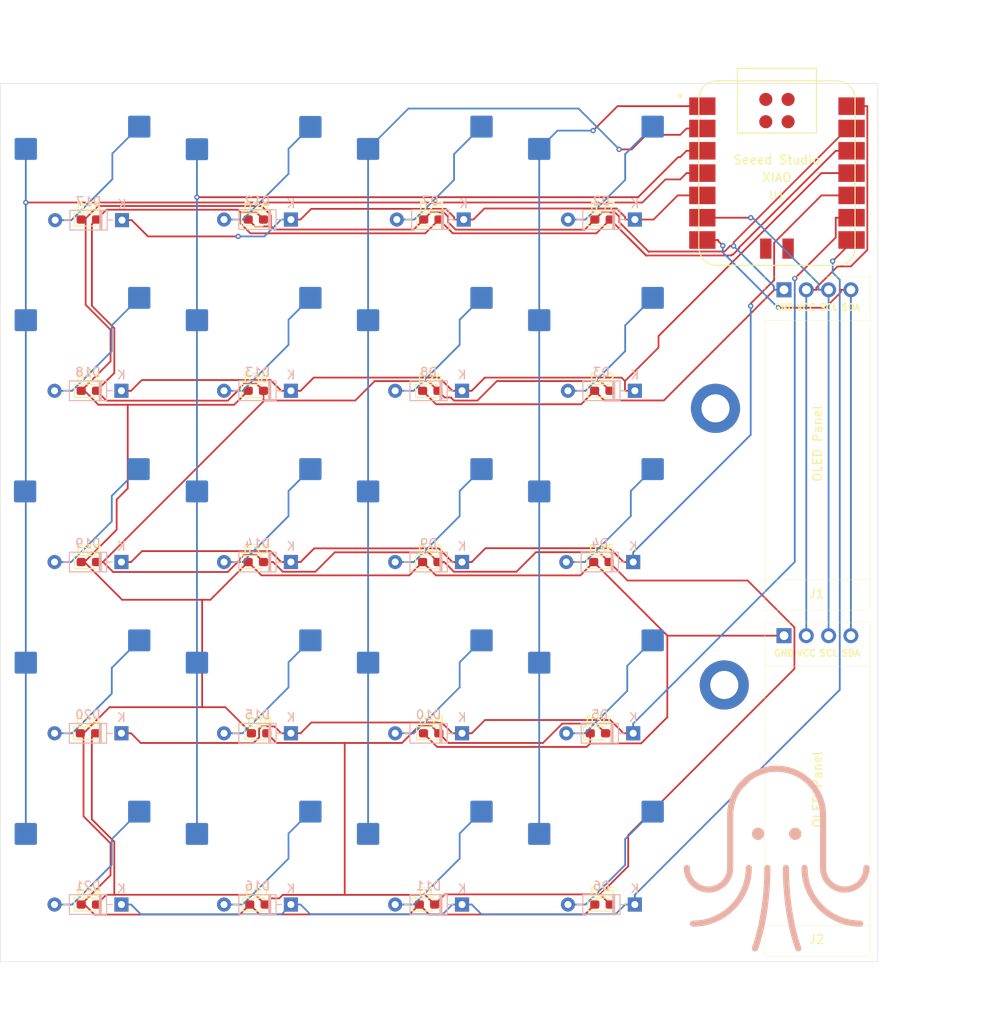
<source format=kicad_pcb>
(kicad_pcb (version 20240108) (generator "pcbnew") (generator_version "8.0")
  (layers (0 "F.Cu" signal) (31 "B.Cu" signal) (34 "B.Paste" user) (35 "F.Paste" user) (36 "B.SilkS" user "B.Silkscreen") (37 "F.SilkS" user "F.Silkscreen") (38 "B.Mask" user) (39 "F.Mask" user) (44 "Edge.Cuts" user))
  (net 0 "")
  (net 1 "Net-(D2-A)")
  (net 2 "Row 1")
  (net 3 "Net-(D3-A)")
  (net 4 "Row 3")
  (net 5 "Net-(D4-A)")
  (net 6 "Net-(D5-A)")
  (net 7 "Row 4")
  (net 8 "Net-(D6-A)")
  (net 9 "Row 5")
  (net 10 "Net-(D7-A)")
  (net 11 "Net-(D8-A)")
  (net 12 "Net-(D9-A)")
  (net 13 "Net-(D10-A)")
  (net 14 "Net-(D11-A)")
  (net 15 "Net-(D12-A)")
  (net 16 "Net-(D13-A)")
  (net 17 "Net-(D14-A)")
  (net 18 "Net-(D15-A)")
  (net 19 "Net-(D16-A)")
  (net 20 "Net-(D17-A)")
  (net 21 "Net-(D18-A)")
  (net 22 "Row 2")
  (net 23 "Net-(D19-A)")
  (net 24 "Net-(D20-A)")
  (net 25 "Net-(D21-A)")
  (net 26 "Column 2")
  (net 27 "Column 3")
  (net 30 "3.3V")
  (net 31 "Column 4")
  (net 36 "Column 1")
  (net 37 "SDA")
  (net 38 "GND")
  (net 39 "SCL")
  (net 40 "5V")
  (footprint "LED_SMD:LED_0603_1608Metric_Pad1.05x0.95mm_HandSolder" (layer "F.Cu") (at 122.625 78.5)
    (property "Reference" "D33")
    (property "Value" "IR26-21C_L110_TR8")
  )
  (footprint "Seeed Studio XIAO Series Library:XIAO-SAMD21-RP2040-14P-2.54-21X17.8MM (Seeeduino XIAO)" (layer "F.Cu") (at 182 34.212)
    (property "Reference" "U1")
    (property "Value" "Seeed Studio XIAO SAMD21" (hide yes))
  )
  (footprint "LED_SMD:LED_0603_1608Metric_Pad1.05x0.95mm_HandSolder" (layer "F.Cu") (at 103.5 98)
    (property "Reference" "D34")
    (property "Value" "IR26-21C_L110_TR8")
  )
  (footprint "LED_SMD:LED_0603_1608Metric_Pad1.05x0.95mm_HandSolder" (layer "F.Cu") (at 122.81 117.5)
    (property "Reference" "D27")
    (property "Value" "IR26-21C_L110_TR8")
  )
  (footprint "MountingHole:MountingHole_3.2mm_M3_DIN965_Pad_TopBottom" (layer "F.Cu") (at 176 92.5)
    (property "Reference" "REF**" (hide yes))
    (property "Value" "MountingHole_3.2mm_M3_DIN965_Pad_TopBottom")
  )
  (footprint "LED_SMD:LED_0603_1608Metric_Pad1.05x0.95mm_HandSolder" (layer "F.Cu") (at 142.5 78.5)
    (property "Reference" "D40")
    (property "Value" "IR26-21C_L110_TR8")
  )
  (footprint "LED_SMD:LED_0603_1608Metric_Pad1.05x0.95mm_HandSolder" (layer "F.Cu") (at 103.6 39.5)
    (property "Reference" "D38")
    (property "Value" "IR26-21C_L110_TR8")
  )
  (footprint "LED_SMD:LED_0603_1608Metric_Pad1.05x0.95mm_HandSolder" (layer "F.Cu") (at 123 98)
    (property "Reference" "D28")
    (property "Value" "IR26-21C_L110_TR8")
  )
  (footprint "LED_SMD:LED_0603_1608Metric_Pad1.05x0.95mm_HandSolder" (layer "F.Cu") (at 162.125 117.5)
    (property "Reference" "D25")
    (property "Value" "IR26-21C_L110_TR8")
  )
  (footprint "LED_SMD:LED_0603_1608Metric_Pad1.05x0.95mm_HandSolder" (layer "F.Cu") (at 103.6 117.5)
    (property "Reference" "D29")
    (property "Value" "IR26-21C_L110_TR8")
  )
  (footprint "LED_SMD:LED_0603_1608Metric_Pad1.05x0.95mm_HandSolder" (layer "F.Cu") (at 103.6 78.5)
    (property "Reference" "D32")
    (property "Value" "IR26-21C_L110_TR8")
  )
  (footprint "MountingHole:MountingHole_3.2mm_M3_DIN965_Pad_TopBottom" (layer "F.Cu") (at 175 61)
    (property "Reference" "REF**" (hide yes))
    (property "Value" "MountingHole_3.2mm_M3_DIN965_Pad_TopBottom")
  )
  (footprint "LED_SMD:LED_0603_1608Metric_Pad1.05x0.95mm_HandSolder" (layer "F.Cu") (at 142.625 39.5)
    (property "Reference" "D23")
    (property "Value" "IR26-21C_L110_TR8")
  )
  (footprint "Seeed Studio XIAO Series Library:SSD1306-0.91-OLED-4pin-128x32" (layer "F.Cu") (at 180.615 84 90)
    (property "Reference" "J1")
    (property "Value" "Conn_01x04" (hide yes))
  )
  (footprint "LED_SMD:LED_0603_1608Metric_Pad1.05x0.95mm_HandSolder" (layer "F.Cu") (at 142.6 98)
    (property "Reference" "D39")
    (property "Value" "IR26-21C_L110_TR8")
  )
  (footprint "LED_SMD:LED_0603_1608Metric_Pad1.05x0.95mm_HandSolder" (layer "F.Cu") (at 162.1 59)
    (property "Reference" "D22")
    (property "Value" "IR26-21C_L110_TR8")
  )
  (footprint "LED_SMD:LED_0603_1608Metric_Pad1.05x0.95mm_HandSolder" (layer "F.Cu") (at 142.125 117.5)
    (property "Reference" "D1")
    (property "Value" "IR26-21C_L110_TR8")
  )
  (footprint "LED_SMD:LED_0603_1608Metric_Pad1.05x0.95mm_HandSolder" (layer "F.Cu") (at 142.5 59)
    (property "Reference" "D24")
    (property "Value" "IR26-21C_L110_TR8")
  )
  (footprint "Seeed Studio XIAO Series Library:SSD1306-0.91-OLED-4pin-128x32" (layer "F.Cu") (at 180.615 123.385 90)
    (property "Reference" "J2")
    (property "Value" "Conn_01x04" (hide yes))
  )
  (footprint "LED_SMD:LED_0603_1608Metric_Pad1.05x0.95mm_HandSolder" (layer "F.Cu") (at 122.625 39.5)
    (property "Reference" "D26")
    (property "Value" "IR26-21C_L110_TR8")
  )
  (footprint "LED_SMD:LED_0603_1608Metric_Pad1.05x0.95mm_HandSolder" (layer "F.Cu") (at 162 78.5)
    (property "Reference" "D35")
    (property "Value" "IR26-21C_L110_TR8")
  )
  (footprint "LED_SMD:LED_0603_1608Metric_Pad1.05x0.95mm_HandSolder" (layer "F.Cu") (at 161.6 98)
    (property "Reference" "D30")
    (property "Value" "IR26-21C_L110_TR8")
  )
  (footprint "LED_SMD:LED_0603_1608Metric_Pad1.05x0.95mm_HandSolder" (layer "F.Cu") (at 103.6 59)
    (property "Reference" "D31")
    (property "Value" "IR26-21C_L110_TR8")
  )
  (footprint "LED_SMD:LED_0603_1608Metric_Pad1.05x0.95mm_HandSolder" (layer "F.Cu") (at 122.625 59)
    (property "Reference" "D36")
    (property "Value" "IR26-21C_L110_TR8")
  )
  (footprint "LED_SMD:LED_0603_1608Metric_Pad1.05x0.95mm_HandSolder" (layer "F.Cu") (at 162.125 39.5)
    (property "Reference" "D37")
    (property "Value" "IR26-21C_L110_TR8")
  )
  (footprint "Diode_THT:D_DO-35_SOD27_P7.62mm_Horizontal" (layer "B.Cu") (at 107.31 59 180)
    (property "Reference" "D18")
    (property "Value" "1N4148")
  )
  (footprint "Diode_THT:D_DO-35_SOD27_P7.62mm_Horizontal" (layer "B.Cu") (at 165.81 59 180)
    (property "Reference" "D3")
    (property "Value" "1N4148")
  )
  (footprint "Diode_THT:D_DO-35_SOD27_P7.62mm_Horizontal" (layer "B.Cu") (at 126.62 98 180)
    (property "Reference" "D15")
    (property "Value" "1N4148")
  )
  (footprint "MX_Hotswap:MX-Hotswap-1U" (layer "B.Cu") (at 123 92.5 180)
    (property "Reference" "SW15")
    (property "Value" "SW_SPST")
  )
  (footprint "MX_Hotswap:MX-Hotswap-1U" (layer "B.Cu") (at 103.42 73 180)
    (property "Reference" "SW12")
    (property "Value" "SW_SPST")
  )
  (footprint "Diode_THT:D_DO-35_SOD27_P7.62mm_Horizontal" (layer "B.Cu") (at 146.12 59 180)
    (property "Reference" "D8")
    (property "Value" "1N4148")
  )
  (footprint "MX_Hotswap:MX-Hotswap-1U" (layer "B.Cu") (at 142.5 34 180)
    (property "Reference" "SW2")
    (property "Value" "SW_SPST")
  )
  (footprint "Diode_THT:D_DO-35_SOD27_P7.62mm_Horizontal" (layer "B.Cu") (at 107.3785 39.5693 180)
    (property "Reference" "D17")
    (property "Value" "1N4148")
  )
  (footprint "MX_Hotswap:MX-Hotswap-1U" (layer "B.Cu") (at 142.5 92.5 180)
    (property "Reference" "SW14")
    (property "Value" "SW_SPST")
  )
  (footprint "Diode_THT:D_DO-35_SOD27_P7.62mm_Horizontal" (layer "B.Cu") (at 146.12 98 180)
    (property "Reference" "D10")
    (property "Value" "1N4148")
  )
  (footprint "MX_Hotswap:MX-Hotswap-1U" (layer "B.Cu") (at 142.5 112 180)
    (property "Reference" "SW18")
    (property "Value" "SW_SPST")
  )
  (footprint "MX_Hotswap:MX-Hotswap-1U" (layer "B.Cu") (at 123 53.5 180)
    (property "Reference" "SW7")
    (property "Value" "SW_SPST")
  )
  (footprint "MX_Hotswap:MX-Hotswap-1U" (layer "B.Cu") (at 103.5 112 180)
    (property "Reference" "SW20")
    (property "Value" "SW_SPST")
  )
  (footprint "MX_Hotswap:MX-Hotswap-1U" (layer "B.Cu") (at 123 73 180)
    (property "Reference" "SW11")
    (property "Value" "SW_SPST")
  )
  (footprint "MX_Hotswap:MX-Hotswap-1U" (layer "B.Cu") (at 162 53.5 180)
    (property "Reference" "SW5")
    (property "Value" "SW_SPST")
  )
  (footprint "Diode_THT:D_DO-35_SOD27_P7.62mm_Horizontal" (layer "B.Cu") (at 107.31 117.5 180)
    (property "Reference" "D21")
    (property "Value" "1N4148")
  )
  (footprint "Diode_THT:D_DO-35_SOD27_P7.62mm_Horizontal" (layer "B.Cu") (at 126.62 59 180)
    (property "Reference" "D13")
    (property "Value" "1N4148")
  )
  (footprint "Diode_THT:D_DO-35_SOD27_P7.62mm_Horizontal" (layer "B.Cu") (at 165.81 117.5 180)
    (property "Reference" "D6")
    (property "Value" "1N4148")
  )
  (footprint "Diode_THT:D_DO-35_SOD27_P7.62mm_Horizontal" (layer "B.Cu") (at 107.31 78.5 180)
    (property "Reference" "D19")
    (property "Value" "1N4148")
  )
  (footprint "Diode_THT:D_DO-35_SOD27_P7.62mm_Horizontal" (layer "B.Cu") (at 126.62 78.5 180)
    (property "Reference" "D14")
    (property "Value" "1N4148")
  )
  (footprint "MX_Hotswap:MX-Hotswap-1U" (layer "B.Cu") (at 123 112 180)
    (property "Reference" "SW19")
    (property "Value" "SW_SPST")
  )
  (footprint "MX_Hotswap:MX-Hotswap-1U" (layer "B.Cu") (at 162 34 180)
    (property "Reference" "SW1")
    (property "Value" "SW_SPST")
  )
  (footprint "Diode_THT:D_DO-35_SOD27_P7.62mm_Horizontal" (layer "B.Cu") (at 126.62 39.5 180)
    (property "Reference" "D12")
    (property "Value" "1N4148")
  )
  (footprint "MX_Hotswap:MX-Hotswap-1U" (layer "B.Cu") (at 103.5 34 180)
    (property "Reference" "SW4")
    (property "Value" "SW_SPST")
  )
  (footprint "MX_Hotswap:MX-Hotswap-1U" (layer "B.Cu") (at 142.5 73 180)
    (property "Reference" "SW10")
    (property "Value" "SW_SPST")
  )
  (footprint "Diode_THT:D_DO-35_SOD27_P7.62mm_Horizontal" (layer "B.Cu") (at 165.62 98 180)
    (property "Reference" "D5")
    (property "Value" "1N4148")
  )
  (footprint "Diode_THT:D_DO-35_SOD27_P7.62mm_Horizontal" (layer "B.Cu") (at 107.31 98 180)
    (property "Reference" "D20")
    (property "Value" "1N4148")
  )
  (footprint "Diode_THT:D_DO-35_SOD27_P7.62mm_Horizontal" (layer "B.Cu") (at 126.62 117.5 180)
    (property "Reference" "D16")
    (property "Value" "1N4148")
  )
  (footprint "MX_Hotswap:MX-Hotswap-1U" (layer "B.Cu") (at 162 92.5 180)
    (property "Reference" "SW13")
    (property "Value" "SW_SPST")
  )
  (footprint "MX_Hotswap:MX-Hotswap-1U" (layer "B.Cu") (at 162 112 180)
    (property "Reference" "SW17")
    (property "Value" "SW_SPST")
  )
  (footprint "MX_Hotswap:MX-Hotswap-1U" (layer "B.Cu") (at 103.5 53.5 180)
    (property "Reference" "SW8")
    (property "Value" "SW_SPST")
  )
  (footprint "MX_Hotswap:MX-Hotswap-1U" (layer "B.Cu") (at 162 73 180)
    (property "Reference" "SW9")
    (property "Value" "SW_SPST")
  )
  (footprint "Diode_THT:D_DO-35_SOD27_P7.62mm_Horizontal" (layer "B.Cu") (at 146.12 117.5 180)
    (property "Reference" "D11")
    (property "Value" "1N4148")
  )
  (footprint "Diode_THT:D_DO-35_SOD27_P7.62mm_Horizontal" (layer "B.Cu") (at 165.62 78.5 180)
    (property "Reference" "D4")
    (property "Value" "1N4148")
  )
  (footprint "Diode_THT:D_DO-35_SOD27_P7.62mm_Horizontal" (layer "B.Cu") (at 165.81 39.5 180)
    (property "Reference" "D2")
    (property "Value" "1N4148")
  )
  (footprint "MX_Hotswap:MX-Hotswap-1U" (layer "B.Cu") (at 123 34.0348 180)
    (property "Reference" "SW3")
    (property "Value" "SW_SPST")
  )
  (footprint "MX_Hotswap:MX-Hotswap-1U" (layer "B.Cu") (at 142.5 53.5 180)
    (property "Reference" "SW6")
    (property "Value" "SW_SPST")
  )
  (footprint "Diode_THT:D_DO-35_SOD27_P7.62mm_Horizontal" (layer "B.Cu") (at 146.31 39.5 180)
    (property "Reference" "D7")
    (property "Value" "1N4148")
  )
  (footprint "Diode_THT:D_DO-35_SOD27_P7.62mm_Horizontal" (layer "B.Cu") (at 146.12 78.5 180)
    (property "Reference" "D9")
    (property "Value" "1N4148")
  )
  (footprint "MX_Hotswap:MX-Hotswap-1U" (layer "B.Cu") (at 103.5 92.5 180)
    (property "Reference" "SW16")
    (property "Value" "SW_SPST")
  )
  (gr_poly (pts (xy 178.809527 112.974497) (xy 178.827434 112.97586) (xy 178.845081 112.978105) (xy 178.862447 112.981209) (xy 178.879509 112.98515) (xy 178.896245 112.989907) (xy 178.912632 112.995456) (xy 178.92865 113.001775) (xy 178.944274 113.008843) (xy 178.959484 113.016636) (xy 178.974256 113.025134) (xy 178.98857 113.034313) (xy 179.002401 113.044152) (xy 179.015729 113.054627) (xy 179.028531 113.065718) (xy 179.040785 113.077401) (xy 179.052468 113.089655) (xy 179.063558 113.102457) (xy 179.074034 113.115785) (xy 179.083872 113.129616) (xy 179.093052 113.143929) (xy 179.101549 113.158702) (xy 179.109343 113.173912) (xy 179.11641 113.189536) (xy 179.12273 113.205553) (xy 179.128279 113.221941) (xy 179.133035 113.238677) (xy 179.136976 113.255739) (xy 179.14008 113.273104) (xy 179.142325 113.290751) (xy 179.143688 113.308657) (xy 179.144147 113.326801) (xy 179.135409 113.671213) (xy 179.109478 114.011162) (xy 179.066778 114.346223) (xy 179.007734 114.675973) (xy 178.93277 114.999986) (xy 178.84231 115.317839) (xy 178.736778 115.629108) (xy 178.616599 115.933367) (xy 178.482198 116.230192) (xy 178.333998 116.51916) (xy 178.172423 116.799846) (xy 177.997899 117.071825) (xy 177.810849 117.334674) (xy 177.611698 117.587967) (xy 177.40087 117.831281) (xy 177.178789 118.064191) (xy 176.94588 118.286273) (xy 176.702567 118.497102) (xy 176.449275 118.696254) (xy 176.186427 118.883305) (xy 175.914448 119.057831) (xy 175.633762 119.219407) (xy 175.344794 119.367608) (xy 175.047967 119.502011) (xy 174.743707 119.622191) (xy 174.432438 119.727724) (xy 174.114583 119.818185) (xy 173.790568 119.89315) (xy 173.460816 119.952195) (xy 173.125752 119.994896) (xy 172.7858 120.020827) (xy 172.441384 120.029565) (xy 172.42324 120.029106) (xy 172.405334 120.027743) (xy 172.387687 120.025498) (xy 172.370321 120.022394) (xy 172.353259 120.018452) (xy 172.336523 120.013696) (xy 172.320136 120.008147) (xy 172.304118 120.001828) (xy 172.288494 119.99476) (xy 172.273284 119.986966) (xy 172.258512 119.978469) (xy 172.244198 119.96929) (xy 172.230367 119.959451) (xy 172.217039 119.948975) (xy 172.204237 119.937885) (xy 172.191983 119.926202) (xy 172.1803 119.913948) (xy 172.169209 119.901146) (xy 172.158734 119.887818) (xy 172.148895 119.873987) (xy 172.139716 119.859673) (xy 172.131219 119.844901) (xy 172.123425 119.829691) (xy 172.116357 119.814067) (xy 172.110038 119.798049) (xy 172.104489 119.781662) (xy 172.099733 119.764926) (xy 172.095791 119.747864) (xy 172.092687 119.730499) (xy 172.090442 119.712852) (xy 172.089079 119.694945) (xy 172.08862 119.676802) (xy 172.089079 119.658658) (xy 172.090442 119.640751) (xy 172.092687 119.623104) (xy 172.095791 119.605739) (xy 172.099733 119.588677) (xy 172.104489 119.571941) (xy 172.110038 119.555553) (xy 172.116357 119.539536) (xy 172.123425 119.523911) (xy 172.131219 119.508701) (xy 172.139716 119.493929) (xy 172.148895 119.479615) (xy 172.158734 119.465784) (xy 172.169209 119.452456) (xy 172.1803 119.439654) (xy 172.191983 119.4274) (xy 172.204237 119.415717) (xy 172.217039 119.404626) (xy 172.230367 119.394151) (xy 172.244198 119.384312) (xy 172.258512 119.375133) (xy 172.273284 119.366636) (xy 172.288494 119.358842) (xy 172.304118 119.351774) (xy 172.320136 119.345455) (xy 172.336523 119.339906) (xy 172.353259 119.335149) (xy 172.370321 119.331208) (xy 172.387687 119.328104) (xy 172.405334 119.325859) (xy 172.42324 119.324496) (xy 172.441384 119.324037) (xy 172.749542 119.316218) (xy 173.053706 119.293016) (xy 173.353498 119.254809) (xy 173.648537 119.201978) (xy 173.938444 119.134903) (xy 174.22284 119.053962) (xy 174.501344 118.959536) (xy 174.773576 118.852004) (xy 175.039158 118.731747) (xy 175.297709 118.599143) (xy 175.54885 118.454572) (xy 175.792201 118.298415) (xy 176.027383 118.131051) (xy 176.254015 117.95286) (xy 176.471718 117.764221) (xy 176.680112 117.565513) (xy 176.878818 117.357118) (xy 177.067456 117.139414) (xy 177.245647 116.912782) (xy 177.413009 116.6776) (xy 177.569165 116.434249) (xy 177.713734 116.183108) (xy 177.846337 115.924557) (xy 177.966593 115.658975) (xy 178.074123 115.386744) (xy 178.168548 115.108241) (xy 178.249488 114.823847) (xy 178.316563 114.533942) (xy 178.369393 114.238905) (xy 178.407599 113.939116) (xy 178.430801 113.634955) (xy 178.43862 113.326801) (xy 178.439079 113.308657) (xy 178.440442 113.290751) (xy 178.442687 113.273104) (xy 178.445791 113.255738) (xy 178.449732 113.238677) (xy 178.454489 113.221941) (xy 178.460038 113.205553) (xy 178.466357 113.189536) (xy 178.473425 113.173911) (xy 178.481218 113.158702) (xy 178.489716 113.143929) (xy 178.498895 113.129616) (xy 178.508733 113.115784) (xy 178.519209 113.102456) (xy 178.5303 113.089654) (xy 178.541983 113.077401) (xy 178.554236 113.065718) (xy 178.567038 113.054627) (xy 178.580366 113.044151) (xy 178.594198 113.034313) (xy 178.608511 113.025134) (xy 178.623284 113.016636) (xy 178.638493 113.008843) (xy 178.654118 113.001775) (xy 178.670135 112.995455) (xy 178.686523 112.989906) (xy 178.703259 112.98515) (xy 178.720321 112.981209) (xy 178.737686 112.978105) (xy 178.755334 112.97586) (xy 178.77324 112.974497) (xy 178.791384 112.974038)) (stroke (width -0.000001)) (fill solid) (layer "B.SilkS"))
  (gr_poly (pts (xy 179.885979 108.741583) (xy 179.92177 108.744312) (xy 179.957046 108.748806) (xy 179.991762 108.75502) (xy 180.025873 108.76291) (xy 180.059335 108.77243) (xy 180.092103 108.783537) (xy 180.124133 108.796185) (xy 180.155379 108.810331) (xy 180.185798 108.825929) (xy 180.215345 108.842935) (xy 180.243975 108.861304) (xy 180.271643 108.880991) (xy 180.298305 108.901953) (xy 180.323916 108.924144) (xy 180.348431 108.947519) (xy 180.371807 108.972035) (xy 180.393998 108.997646) (xy 180.414959 109.024308) (xy 180.434647 109.051976) (xy 180.453016 109.080605) (xy 180.470021 109.110152) (xy 180.485619 109.140571) (xy 180.499765 109.171818) (xy 180.512414 109.203847) (xy 180.52352 109.236615) (xy 180.533041 109.270077) (xy 180.54093 109.304189) (xy 180.547144 109.338904) (xy 180.551638 109.37418) (xy 180.554367 109.409971) (xy 180.555287 109.446233) (xy 180.554367 109.482495) (xy 180.551638 109.518286) (xy 180.547143 109.553562) (xy 180.540929 109.588277) (xy 180.533038 109.622389) (xy 180.523517 109.655851) (xy 180.512409 109.688619) (xy 180.499759 109.720648) (xy 180.485612 109.751895) (xy 180.470013 109.782314) (xy 180.453006 109.811861) (xy 180.434636 109.84049) (xy 180.414947 109.868158) (xy 180.393984 109.89482) (xy 180.371792 109.920431) (xy 180.348416 109.944947) (xy 180.323899 109.968322) (xy 180.298287 109.990513) (xy 180.271625 110.011475) (xy 180.243957 110.031162) (xy 180.215327 110.049531) (xy 180.18578 110.066537) (xy 180.155361 110.082135) (xy 180.124115 110.096281) (xy 180.092087 110.108929) (xy 180.05932 110.120036) (xy 180.025859 110.129556) (xy 179.99175 110.137446) (xy 179.957036 110.14366) (xy 179.921763 110.148154) (xy 179.885976 110.150883) (xy 179.849717 110.151802) (xy 179.813459 110.150883) (xy 179.777671 110.148154) (xy 179.742398 110.14366) (xy 179.707685 110.137446) (xy 179.673576 110.129556) (xy 179.640115 110.120036) (xy 179.607348 110.108929) (xy 179.575319 110.096281) (xy 179.544073 110.082135) (xy 179.513655 110.066537) (xy 179.484108 110.049531) (xy 179.455478 110.031162) (xy 179.42781 110.011475) (xy 179.401147 109.990513) (xy 179.375536 109.968322) (xy 179.351019 109.944947) (xy 179.327643 109.920431) (xy 179.305451 109.89482) (xy 179.284488 109.868158) (xy 179.264799 109.84049) (xy 179.246429 109.811861) (xy 179.229422 109.782314) (xy 179.213822 109.751895) (xy 179.199676 109.720648) (xy 179.187026 109.688619) (xy 179.175918 109.655851) (xy 179.166397 109.622389) (xy 179.158506 109.588277) (xy 179.152291 109.553562) (xy 179.147797 109.518286) (xy 179.145068 109.482495) (xy 179.144148 109.446233) (xy 179.145068 109.409971) (xy 179.147797 109.37418) (xy 179.152291 109.338904) (xy 179.158506 109.304189) (xy 179.166397 109.270077) (xy 179.175918 109.236615) (xy 179.187026 109.203847) (xy 179.199676 109.171818) (xy 179.213822 109.140571) (xy 179.229422 109.110152) (xy 179.246429 109.080605) (xy 179.264799 109.051976) (xy 179.284488 109.024308) (xy 179.305451 108.997646) (xy 179.327643 108.972035) (xy 179.351019 108.947519) (xy 179.375536 108.924144) (xy 179.401147 108.901953) (xy 179.42781 108.880991) (xy 179.455478 108.861304) (xy 179.484108 108.842935) (xy 179.513655 108.825929) (xy 179.544073 108.810331) (xy 179.575319 108.796185) (xy 179.607348 108.783537) (xy 179.640115 108.77243) (xy 179.673576 108.76291) (xy 179.707685 108.75502) (xy 179.742398 108.748806) (xy 179.777671 108.744312) (xy 179.813459 108.741583) (xy 179.849717 108.740663)) (stroke (width -0.000001)) (fill solid) (layer "B.SilkS"))
  (gr_poly (pts (xy 185.15956 112.974497) (xy 185.177495 112.97586) (xy 185.195167 112.978105) (xy 185.212554 112.981209) (xy 185.229633 112.98515) (xy 185.246383 112.989906) (xy 185.262782 112.995455) (xy 185.278807 113.001775) (xy 185.294437 113.008843) (xy 185.309649 113.016636) (xy 185.324422 113.025134) (xy 185.338734 113.034313) (xy 185.352562 113.044151) (xy 185.365884 113.054627) (xy 185.378679 113.065718) (xy 185.390925 113.077401) (xy 185.402599 113.089654) (xy 185.413679 113.102456) (xy 185.424144 113.115784) (xy 185.433971 113.129616) (xy 185.443139 113.143929) (xy 185.451625 113.158702) (xy 185.459407 113.173911) (xy 185.466464 113.189536) (xy 185.472773 113.205553) (xy 185.478312 113.221941) (xy 185.483059 113.238677) (xy 185.486993 113.255738) (xy 185.49009 113.273104) (xy 185.49233 113.290751) (xy 185.49369 113.308657) (xy 185.494149 113.326801) (xy 185.501967 113.634959) (xy 185.52517 113.939123) (xy 185.563376 114.238915) (xy 185.616207 114.533954) (xy 185.683283 114.823862) (xy 185.764223 115.108257) (xy 185.858649 115.386761) (xy 185.966181 115.658994) (xy 186.086439 115.924575) (xy 186.219042 116.183127) (xy 186.363613 116.434267) (xy 186.51977 116.677619) (xy 186.687134 116.9128) (xy 186.865325 117.139432) (xy 187.053964 117.357135) (xy 187.252671 117.56553) (xy 187.461067 117.764236) (xy 187.67877 117.952874) (xy 187.905403 118.131064) (xy 188.140585 118.298427) (xy 188.383936 118.454582) (xy 188.635077 118.599151) (xy 188.893628 118.731754) (xy 189.159209 118.85201) (xy 189.431441 118.959541) (xy 189.709943 119.053966) (xy 189.994337 119.134905) (xy 190.284242 119.20198) (xy 190.579279 119.25481) (xy 190.879068 119.293016) (xy 191.18323 119.316218) (xy 191.491384 119.324037) (xy 191.50956 119.324496) (xy 191.527495 119.325859) (xy 191.545167 119.328104) (xy 191.562553 119.331208) (xy 191.579632 119.335149) (xy 191.596382 119.339906) (xy 191.612781 119.345455) (xy 191.628806 119.351774) (xy 191.644436 119.358842) (xy 191.659648 119.366636) (xy 191.674421 119.375133) (xy 191.688732 119.384312) (xy 191.702561 119.394151) (xy 191.715883 119.404626) (xy 191.728678 119.415717) (xy 191.740924 119.4274) (xy 191.752598 119.439654) (xy 191.763678 119.452456) (xy 191.774143 119.465784) (xy 191.78397 119.479615) (xy 191.793137 119.493929) (xy 191.801623 119.508701) (xy 191.809406 119.523911) (xy 191.816462 119.539536) (xy 191.822771 119.555553) (xy 191.82831 119.571941) (xy 191.833057 119.588677) (xy 191.836991 119.605739) (xy 191.840089 119.623104) (xy 191.842329 119.640751) (xy 191.843689 119.658658) (xy 191.844147 119.676802) (xy 191.843689 119.694945) (xy 191.842329 119.712852) (xy 191.840089 119.730499) (xy 191.836991 119.747864) (xy 191.833058 119.764926) (xy 191.82831 119.781662) (xy 191.822771 119.798049) (xy 191.816462 119.814067) (xy 191.809406 119.829691) (xy 191.801624 119.844901) (xy 191.793138 119.859673) (xy 191.78397 119.873987) (xy 191.774143 119.887818) (xy 191.763678 119.901146) (xy 191.752598 119.913948) (xy 191.740924 119.926202) (xy 191.728679 119.937885) (xy 191.715884 119.948975) (xy 191.702561 119.959451) (xy 191.688733 119.96929) (xy 191.674422 119.978469) (xy 191.659649 119.986966) (xy 191.644436 119.99476) (xy 191.628807 120.001828) (xy 191.612781 120.008147) (xy 191.596383 120.013696) (xy 191.579633 120.018452) (xy 191.562554 120.022394) (xy 191.545167 120.025498) (xy 191.527495 120.027743) (xy 191.50956 120.029106) (xy 191.491384 120.029565) (xy 191.146972 120.020827) (xy 190.807023 119.994896) (xy 190.471962 119.952196) (xy 190.142212 119.893152) (xy 189.818199 119.818188) (xy 189.500346 119.727728) (xy 189.189078 119.622196) (xy 188.884818 119.502017) (xy 188.587993 119.367615) (xy 188.299025 119.219415) (xy 188.018339 119.057841) (xy 187.74636 118.883317) (xy 187.483511 118.696267) (xy 187.230218 118.497116) (xy 186.986904 118.286288) (xy 186.753994 118.064207) (xy 186.531913 117.831298) (xy 186.321084 117.587985) (xy 186.121931 117.334692) (xy 185.93488 117.071844) (xy 185.760354 116.799865) (xy 185.598779 116.519179) (xy 185.450577 116.230211) (xy 185.316174 115.933385) (xy 185.195994 115.629125) (xy 185.090462 115.317855) (xy 185 115) (xy 184.925035 114.675985) (xy 184.86599 114.346233) (xy 184.82329 114.011169) (xy 184.797359 113.671217) (xy 184.78862 113.326801) (xy 184.789079 113.308657) (xy 184.790439 113.290751) (xy 184.792679 113.273104) (xy 184.795777 113.255738) (xy 184.79971 113.238677) (xy 184.804458 113.221941) (xy 184.809997 113.205553) (xy 184.816305 113.189536) (xy 184.823362 113.173911) (xy 184.831144 113.158702) (xy 184.83963 113.143929) (xy 184.848798 113.129616) (xy 184.858625 113.115784) (xy 184.86909 113.102456) (xy 184.88017 113.089654) (xy 184.891844 113.077401) (xy 184.90409 113.065718) (xy 184.916885 113.054627) (xy 184.930207 113.044151) (xy 184.944035 113.034313) (xy 184.958347 113.025134) (xy 184.97312 113.016636) (xy 184.988332 113.008843) (xy 185.003962 113.001775) (xy 185.019987 112.995455) (xy 185.036385 112.989906) (xy 185.053135 112.98515) (xy 185.070214 112.981209) (xy 185.087601 112.978105) (xy 185.105273 112.97586) (xy 185.123208 112.974497) (xy 185.141384 112.974038)) (stroke (width -0.000001)) (fill solid) (layer "B.SilkS"))
  (gr_poly (pts (xy 183.042894 112.974498) (xy 183.060829 112.975862) (xy 183.0785 112.978106) (xy 183.095887 112.98121) (xy 183.112966 112.985152) (xy 183.129716 112.989908) (xy 183.146114 112.995457) (xy 183.16214 113.001776) (xy 183.177769 113.008844) (xy 183.192982 113.016638) (xy 183.207755 113.025135) (xy 183.222066 113.034314) (xy 183.235894 113.044153) (xy 183.249217 113.054628) (xy 183.262012 113.065719) (xy 183.274257 113.077402) (xy 183.285931 113.089656) (xy 183.297012 113.102457) (xy 183.307476 113.115785) (xy 183.317304 113.129617) (xy 183.326471 113.14393) (xy 183.334957 113.158703) (xy 183.342739 113.173912) (xy 183.349796 113.189537) (xy 183.356105 113.205554) (xy 183.361644 113.221942) (xy 183.366391 113.238678) (xy 183.370325 113.25574) (xy 183.373422 113.273105) (xy 183.375662 113.290752) (xy 183.377023 113.308659) (xy 183.377481 113.326802) (xy 183.381418 113.836618) (xy 183.392896 114.334474) (xy 183.411415 114.8201) (xy 183.436475 115.293227) (xy 183.504216 116.200898) (xy 183.592121 117.055325) (xy 183.696188 117.854345) (xy 183.812417 118.595796) (xy 183.936809 119.277514) (xy 184.065361 119.897336) (xy 184.194076 120.453101) (xy 184.318951 120.942644) (xy 184.435987 121.363804) (xy 184.541183 121.714418) (xy 184.700056 122.195354) (xy 184.763567 122.368151) (xy 184.769845 122.385186) (xy 184.775199 122.402334) (xy 184.779641 122.419566) (xy 184.783184 122.436855) (xy 184.78584 122.45417) (xy 184.787621 122.471484) (xy 184.788539 122.488766) (xy 184.788606 122.505989) (xy 184.787835 122.523124) (xy 184.786237 122.540142) (xy 184.783825 122.557013) (xy 184.780611 122.573709) (xy 184.776608 122.590201) (xy 184.771827 122.60646) (xy 184.766281 122.622458) (xy 184.759981 122.638165) (xy 184.752941 122.653553) (xy 184.745171 122.668593) (xy 184.736685 122.683255) (xy 184.727495 122.697512) (xy 184.717612 122.711334) (xy 184.707049 122.724691) (xy 184.695819 122.737557) (xy 184.683933 122.749901) (xy 184.671403 122.761694) (xy 184.658242 122.772909) (xy 184.644462 122.783515) (xy 184.630075 122.793485) (xy 184.615093 122.802789) (xy 184.599529 122.811398) (xy 184.583394 122.819284) (xy 184.566701 122.826417) (xy 184.558616 122.82955) (xy 184.550502 122.832469) (xy 184.542361 122.835177) (xy 184.534199 122.837674) (xy 184.526018 122.839962) (xy 184.517822 122.842043) (xy 184.509614 122.843918) (xy 184.501398 122.84559) (xy 184.493178 122.847058) (xy 184.484957 122.848326) (xy 184.476739 122.849395) (xy 184.468528 122.850265) (xy 184.460326 122.85094) (xy 184.452138 122.85142) (xy 184.443966 122.851706) (xy 184.435816 122.851802) (xy 184.422713 122.851557) (xy 184.409665 122.850825) (xy 184.396687 122.849613) (xy 184.38379 122.847925) (xy 184.370987 122.845768) (xy 184.358293 122.843146) (xy 184.345718 122.840066) (xy 184.333277 122.836532) (xy 184.320982 122.832552) (xy 184.308845 122.828129) (xy 184.296881 122.82327) (xy 184.285101 122.817979) (xy 184.273519 122.812264) (xy 184.262147 122.806129) (xy 184.250998 122.79958) (xy 184.240086 122.792622) (xy 184.229423 122.785261) (xy 184.219021 122.777502) (xy 184.208894 122.769351) (xy 184.199055 122.760815) (xy 184.189517 122.751897) (xy 184.180291 122.742604) (xy 184.171392 122.732941) (xy 184.162832 122.722914) (xy 184.154624 122.712528) (xy 184.146781 122.70179) (xy 184.139316 122.690704) (xy 184.132241 122.679276) (xy 184.125569 122.667511) (xy 184.119314 122.655416) (xy 184.113488 122.642995) (xy 184.108104 122.630255) (xy 183.85901 121.908825) (xy 183.627972 121.11112) (xy 183.368077 120.041225) (xy 183.110926 118.713492) (xy 182.993255 117.957423) (xy 182.88812 117.142276) (xy 182.799473 116.269847) (xy 182.731263 115.341929) (xy 182.68744 114.360316) (xy 182.671954 113.326802) (xy 182.672412 113.308659) (xy 182.673772 113.290752) (xy 182.676012 113.273105) (xy 182.67911 113.25574) (xy 182.683044 113.238678) (xy 182.687791 113.221942) (xy 182.69333 113.205554) (xy 182.699639 113.189537) (xy 182.706695 113.173912) (xy 182.714478 113.158703) (xy 182.722964 113.14393) (xy 182.732131 113.129617) (xy 182.741958 113.115785) (xy 182.752423 113.102457) (xy 182.763503 113.089656) (xy 182.775177 113.077402) (xy 182.787423 113.065719) (xy 182.800218 113.054628) (xy 182.81354 113.044153) (xy 182.827368 113.034314) (xy 182.84168 113.025135) (xy 182.856453 113.016638) (xy 182.871665 113.008844) (xy 182.887295 113.001776) (xy 182.90332 112.995457) (xy 182.919719 112.989908) (xy 182.936469 112.985152) (xy 182.953548 112.98121) (xy 182.970934 112.978106) (xy 182.988606 112.975862) (xy 183.006541 112.974498) (xy 183.024717 112.974039)) (stroke (width -0.000001)) (fill solid) (layer "B.SilkS"))
  (gr_poly (pts (xy 180.926194 112.974497) (xy 180.9441 112.97586) (xy 180.961748 112.978105) (xy 180.979113 112.981209) (xy 180.996175 112.98515) (xy 181.012911 112.989907) (xy 181.029299 112.995456) (xy 181.045316 113.001775) (xy 181.060941 113.008843) (xy 181.07615 113.016636) (xy 181.090923 113.025134) (xy 181.105236 113.034313) (xy 181.119068 113.044152) (xy 181.132396 113.054627) (xy 181.145198 113.065718) (xy 181.157451 113.077401) (xy 181.169134 113.089655) (xy 181.180225 113.102457) (xy 181.1907 113.115785) (xy 181.200539 113.129616) (xy 181.209718 113.143929) (xy 181.218215 113.158702) (xy 181.226009 113.173912) (xy 181.233077 113.189536) (xy 181.239396 113.205553) (xy 181.244945 113.221941) (xy 181.249701 113.238677) (xy 181.253642 113.255739) (xy 181.256747 113.273104) (xy 181.258991 113.290751) (xy 181.260354 113.308657) (xy 181.260814 113.326801) (xy 181.25686 113.849929) (xy 181.245329 114.360307) (xy 181.201507 115.341915) (xy 181.133298 116.269829) (xy 181.044653 117.142257) (xy 180.939521 117.957402) (xy 180.821853 118.713472) (xy 180.695598 119.408672) (xy 180.564707 120.041207) (xy 180.433129 120.609283) (xy 180.304814 121.111107) (xy 180.183713 121.544883) (xy 180.073776 121.908817) (xy 179.903193 122.419984) (xy 179.824664 122.630253) (xy 179.8134 122.655414) (xy 179.800434 122.679274) (xy 179.785868 122.701788) (xy 179.769802 122.722912) (xy 179.752339 122.742602) (xy 179.733579 122.760813) (xy 179.713623 122.7775) (xy 179.692574 122.79262) (xy 179.670532 122.806127) (xy 179.647598 122.817978) (xy 179.623875 122.828127) (xy 179.599463 122.836531) (xy 179.574463 122.843145) (xy 179.548977 122.847924) (xy 179.523107 122.850824) (xy 179.496953 122.8518) (xy 179.488748 122.851705) (xy 179.480536 122.851418) (xy 179.47232 122.850938) (xy 179.464101 122.850264) (xy 179.455883 122.849393) (xy 179.447666 122.848325) (xy 179.439453 122.847057) (xy 179.431246 122.845588) (xy 179.423047 122.843917) (xy 179.414859 122.842041) (xy 179.406684 122.83996) (xy 179.398522 122.837672) (xy 179.390378 122.835175) (xy 179.382252 122.832468) (xy 179.374148 122.829548) (xy 179.366066 122.826416) (xy 179.349406 122.819282) (xy 179.3333 122.811397) (xy 179.317759 122.802787) (xy 179.302798 122.793483) (xy 179.288427 122.783514) (xy 179.27466 122.772907) (xy 179.261509 122.761693) (xy 179.248986 122.749899) (xy 179.237104 122.737555) (xy 179.225875 122.72469) (xy 179.215311 122.711332) (xy 179.205425 122.69751) (xy 179.19623 122.683254) (xy 179.187738 122.668591) (xy 179.17996 122.653552) (xy 179.172911 122.638164) (xy 179.166601 122.622457) (xy 179.161044 122.606459) (xy 179.156252 122.5902) (xy 179.152236 122.573707) (xy 179.149011 122.557011) (xy 179.146588 122.54014) (xy 179.144979 122.523123) (xy 179.144197 122.505988) (xy 179.144254 122.488765) (xy 179.145164 122.471482) (xy 179.146937 122.454168) (xy 179.149587 122.436853) (xy 179.153126 122.419565) (xy 179.157566 122.402332) (xy 179.16292 122.385184) (xy 179.169201 122.36815) (xy 179.391584 121.714416) (xy 179.613816 120.942643) (xy 179.867406 119.897335) (xy 180.12035 118.595794) (xy 180.236579 117.854344) (xy 180.340646 117.055324) (xy 180.428551 116.200896) (xy 180.496292 115.293225) (xy 180.539871 114.334472) (xy 180.555286 113.326801) (xy 180.555745 113.308657) (xy 180.557109 113.290751) (xy 180.559353 113.273104) (xy 180.562458 113.255738) (xy 180.566399 113.238677) (xy 180.571155 113.221941) (xy 180.576704 113.205553) (xy 180.583023 113.189536) (xy 180.590091 113.173911) (xy 180.597885 113.158702) (xy 180.606382 113.143929) (xy 180.615562 113.129616) (xy 180.6254 113.115784) (xy 180.635876 113.102456) (xy 180.646966 113.089654) (xy 180.658649 113.077401) (xy 180.670903 113.065718) (xy 180.683705 113.054627) (xy 180.697033 113.044151) (xy 180.710865 113.034313) (xy 180.725178 113.025134) (xy 180.73995 113.016636) (xy 180.75516 113.008843) (xy 180.770785 113.001775) (xy 180.786802 112.995455) (xy 180.80319 112.989906) (xy 180.819926 112.98515) (xy 180.836987 112.981209) (xy 180.854353 112.978105) (xy 180.872 112.97586) (xy 180.889907 112.974497) (xy 180.90805 112.974038)) (stroke (width -0.000001)) (fill solid) (layer "B.SilkS"))
  (gr_poly (pts (xy 182.256394 101.692495) (xy 182.542649 101.714334) (xy 182.82479 101.750295) (xy 183.102461 101.800021) (xy 183.375303 101.863155) (xy 183.64296 101.939338) (xy 183.905074 102.028214) (xy 184.161288 102.129425) (xy 184.411243 102.242613) (xy 184.654584 102.367422) (xy 184.890951 102.503493) (xy 185.119988 102.650469) (xy 185.341338 102.807993) (xy 185.554642 102.975707) (xy 185.759544 103.153253) (xy 185.955685 103.340275) (xy 186.142709 103.536415) (xy 186.320258 103.741315) (xy 186.487975 103.954618) (xy 186.645501 104.175966) (xy 186.792481 104.405002) (xy 186.928555 104.641369) (xy 187.053367 104.884709) (xy 187.16656 105.134664) (xy 187.267775 105.390877) (xy 187.356656 105.652991) (xy 187.432844 105.920647) (xy 187.495983 106.19349) (xy 187.545715 106.47116) (xy 187.581683 106.753302) (xy 187.603529 107.039556) (xy 187.610895 107.329567) (xy 187.610895 113.326802) (xy 187.613654 113.43558) (xy 187.621842 113.542947) (xy 187.635324 113.648768) (xy 187.653966 113.75291) (xy 187.677636 113.855239) (xy 187.706198 113.955621) (xy 187.73952 114.053921) (xy 187.777466 114.150007) (xy 187.819904 114.243744) (xy 187.866699 114.334999) (xy 187.917717 114.423637) (xy 187.972825 114.509525) (xy 188.031888 114.592528) (xy 188.094773 114.672513) (xy 188.161346 114.749345) (xy 188.231473 114.822892) (xy 188.30502 114.893019) (xy 188.381852 114.959591) (xy 188.461837 115.022476) (xy 188.54484 115.08154) (xy 188.630728 115.136647) (xy 188.719366 115.187666) (xy 188.810621 115.234461) (xy 188.904358 115.276898) (xy 189.000444 115.314845) (xy 189.098744 115.348166) (xy 189.199126 115.376728) (xy 189.301455 115.400398) (xy 189.405597 115.419041) (xy 189.511418 115.432523) (xy 189.618784 115.44071) (xy 189.727562 115.443469) (xy 189.83634 115.44071) (xy 189.943707 115.432523) (xy 190.049528 115.419041) (xy 190.15367 115.400398) (xy 190.255999 115.376728) (xy 190.356381 115.348166) (xy 190.454682 115.314845) (xy 190.550768 115.276898) (xy 190.644505 115.234461) (xy 190.73576 115.187666) (xy 190.824398 115.136647) (xy 190.910285 115.08154) (xy 190.993288 115.022476) (xy 191.073273 114.959591) (xy 191.150106 114.893019) (xy 191.223653 114.822892) (xy 191.293779 114.749345) (xy 191.360352 114.672513) (xy 191.423237 114.592528) (xy 191.4823 114.509525) (xy 191.537408 114.423637) (xy 191.588427 114.334999) (xy 191.635221 114.243744) (xy 191.677659 114.150007) (xy 191.715605 114.053921) (xy 191.748927 113.955621) (xy 191.777489 113.855239) (xy 191.801159 113.75291) (xy 191.819801 113.648768) (xy 191.833283 113.542947) (xy 191.841471 113.43558) (xy 191.84423 113.326802) (xy 191.844688 113.308659) (xy 191.846048 113.290752) (xy 191.848288 113.273105) (xy 191.851386 113.25574) (xy 191.855319 113.238678) (xy 191.860067 113.221942) (xy 191.865606 113.205554) (xy 191.871915 113.189537) (xy 191.878971 113.173912) (xy 191.886753 113.158703) (xy 191.895239 113.14393) (xy 191.904407 113.129617) (xy 191.914234 113.115785) (xy 191.924699 113.102457) (xy 191.935779 113.089656) (xy 191.947453 113.077402) (xy 191.959699 113.065719) (xy 191.972494 113.054628) (xy 191.985816 113.044153) (xy 191.999644 113.034314) (xy 192.013956 113.025135) (xy 192.028729 113.016638) (xy 192.043941 113.008844) (xy 192.059571 113.001776) (xy 192.075596 112.995457) (xy 192.091994 112.989908) (xy 192.108744 112.985152) (xy 192.125823 112.98121) (xy 192.14321 112.978106) (xy 192.160882 112.975862) (xy 192.178817 112.974498) (xy 192.196993 112.974039) (xy 192.215169 112.974498) (xy 192.233104 112.975862) (xy 192.250776 112.978106) (xy 192.268163 112.98121) (xy 192.285242 112.985152) (xy 192.301992 112.989908) (xy 192.318391 112.995457) (xy 192.334416 113.001776) (xy 192.350045 113.008844) (xy 192.365258 113.016638) (xy 192.380031 113.025135) (xy 192.394342 113.034314) (xy 192.40817 113.044153) (xy 192.421493 113.054628) (xy 192.434288 113.065719) (xy 192.446533 113.077402) (xy 192.458207 113.089656) (xy 192.469288 113.102457) (xy 192.479752 113.115785) (xy 192.489579 113.129617) (xy 192.498747 113.14393) (xy 192.507233 113.158703) (xy 192.515015 113.173912) (xy 192.522072 113.189537) (xy 192.52838 113.205554) (xy 192.533919 113.221942) (xy 192.538667 113.238678) (xy 192.5426 113.25574) (xy 192.545698 113.273105) (xy 192.547938 113.290752) (xy 192.549298 113.308659) (xy 192.549756 113.326802) (xy 192.546077 113.471809) (xy 192.535157 113.614938) (xy 192.517177 113.756011) (xy 192.492314 113.894847) (xy 192.460747 114.03127) (xy 192.422655 114.1651) (xy 192.378217 114.296158) (xy 192.327612 114.424265) (xy 192.271018 114.549244) (xy 192.208613 114.670915) (xy 192.140578 114.789099) (xy 192.06709 114.903618) (xy 191.988327 115.014293) (xy 191.90447 115.120945) (xy 191.815697 115.223395) (xy 191.722185 115.321466) (xy 191.624115 115.414977) (xy 191.521664 115.503751) (xy 191.415012 115.587608) (xy 191.304338 115.666371) (xy 191.189819 115.739859) (xy 191.071635 115.807895) (xy 190.949964 115.870299) (xy 190.824986 115.926893) (xy 190.696878 115.977499) (xy 190.56582 116.021937) (xy 190.43199 116.060029) (xy 190.295568 116.091596) (xy 190.156731 116.116459) (xy 190.015659 116.134439) (xy 189.87253 116.145359) (xy 189.727523 116.149038) (xy 189.582516 116.145359) (xy 189.439387 116.134439) (xy 189.298314 116.116459) (xy 189.159478 116.091596) (xy 189.023055 116.060029) (xy 188.889225 116.021937) (xy 188.758167 115.977499) (xy 188.630059 115.926893) (xy 188.505081 115.870299) (xy 188.38341 115.807895) (xy 188.265226 115.739859) (xy 188.150707 115.666371) (xy 188.040032 115.587608) (xy 187.93338 115.503751) (xy 187.830929 115.414977) (xy 187.732859 115.321466) (xy 187.639347 115.223395) (xy 187.550573 115.120945) (xy 187.466716 115.014293) (xy 187.387954 114.903618) (xy 187.314465 114.789099) (xy 187.24643 114.670915) (xy 187.184025 114.549244) (xy 187.127431 114.424265) (xy 187.076825 114.296158) (xy 187.032387 114.1651) (xy 186.994296 114.03127) (xy 186.962729 113.894847) (xy 186.937866 113.756011) (xy 186.919885 113.614938) (xy 186.908966 113.471809) (xy 186.905286 113.326802) (xy 186.905286 107.329567) (xy 186.898848 107.075785) (xy 186.879741 106.825293) (xy 186.848279 106.578402) (xy 186.804774 106.335426) (xy 186.749539 106.096676) (xy 186.682886 105.862466) (xy 186.605128 105.633108) (xy 186.516577 105.408916) (xy 186.417547 105.1902) (xy 186.308349 104.977275) (xy 186.189297 104.770453) (xy 186.060703 104.570047) (xy 185.922879 104.376368) (xy 185.776139 104.189731) (xy 185.620794 104.010447) (xy 185.457158 103.838829) (xy 185.285543 103.67519) (xy 185.106261 103.519842) (xy 184.919626 103.373098) (xy 184.72595 103.235272) (xy 184.525546 103.106674) (xy 184.318725 102.987619) (xy 184.105802 102.878418) (xy 183.887087 102.779385) (xy 183.662895 102.690832) (xy 183.433538 102.613071) (xy 183.199327 102.546416) (xy 182.960577 102.491179) (xy 182.717599 102.447673) (xy 182.470706 102.41621) (xy 182.220211 102.397103) (xy 181.966426 102.390664) (xy 181.712641 102.397103) (xy 181.462145 102.41621) (xy 181.215252 102.447673) (xy 180.972273 102.491179) (xy 180.733521 102.546416) (xy 180.49931 102.613072) (xy 180.269951 102.690832) (xy 180.045757 102.779385) (xy 179.827041 102.878418) (xy 179.614116 102.987619) (xy 179.407294 103.106674) (xy 179.206887 103.235272) (xy 179.013209 103.373098) (xy 178.826572 103.519842) (xy 178.647289 103.67519) (xy 178.475672 103.838829) (xy 178.312034 104.010447) (xy 178.156687 104.189731) (xy 178.009945 104.376368) (xy 177.872119 104.570047) (xy 177.743523 104.770453) (xy 177.624469 104.977276) (xy 177.51527 105.190201) (xy 177.416238 105.408916) (xy 177.327686 105.633109) (xy 177.249927 105.862466) (xy 177.183273 106.096676) (xy 177.128036 106.335426) (xy 177.084531 106.578402) (xy 177.053068 106.825293) (xy 177.033961 107.075785) (xy 177.027523 107.329567) (xy 177.027523 113.326802) (xy 177.023843 113.471809) (xy 177.012924 113.614938) (xy 176.994943 113.756011) (xy 176.97008 113.894847) (xy 176.938513 114.03127) (xy 176.900422 114.1651) (xy 176.855984 114.296158) (xy 176.805378 114.424265) (xy 176.748784 114.549244) (xy 176.686379 114.670915) (xy 176.618344 114.789099) (xy 176.544855 114.903618) (xy 176.466093 115.014293) (xy 176.382236 115.120945) (xy 176.293462 115.223395) (xy 176.19995 115.321466) (xy 176.10188 115.414977) (xy 175.999429 115.503751) (xy 175.892777 115.587608) (xy 175.782103 115.666371) (xy 175.667584 115.739859) (xy 175.549399 115.807895) (xy 175.427729 115.870299) (xy 175.30275 115.926893) (xy 175.174642 115.977499) (xy 175.043584 116.021937) (xy 174.909755 116.060029) (xy 174.773332 116.091596) (xy 174.634495 116.116459) (xy 174.493423 116.134439) (xy 174.350294 116.145359) (xy 174.205287 116.149038) (xy 174.06028 116.145359) (xy 173.917151 116.134439) (xy 173.776079 116.116459) (xy 173.637242 116.091596) (xy 173.500819 116.060029) (xy 173.366989 116.021937) (xy 173.235931 115.977499) (xy 173.107824 115.926893) (xy 172.982845 115.870299) (xy 172.861174 115.807895) (xy 172.74299 115.739859) (xy 172.628471 115.666371) (xy 172.517796 115.587608) (xy 172.411144 115.503751) (xy 172.308694 115.414977) (xy 172.210623 115.321466) (xy 172.117112 115.223395) (xy 172.028338 115.120945) (xy 171.944481 115.014293) (xy 171.865718 114.903618) (xy 171.79223 114.789099) (xy 171.724194 114.670915) (xy 171.66179 114.549244) (xy 171.605196 114.424265) (xy 171.55459 114.296158) (xy 171.510152 114.1651) (xy 171.47206 114.03127) (xy 171.440494 113.894847) (xy 171.415631 113.756011) (xy 171.39765 113.614938) (xy 171.386731 113.471809) (xy 171.383051 113.326802) (xy 171.38351 113.308659) (xy 171.384874 113.290752) (xy 171.387119 113.273105) (xy 171.390224 113.25574) (xy 171.394166 113.238678) (xy 171.398924 113.221942) (xy 171.404474 113.205554) (xy 171.410795 113.189537) (xy 171.417864 113.173912) (xy 171.425659 113.158703) (xy 171.434159 113.14393) (xy 171.443339 113.129617) (xy 171.45318 113.115785) (xy 171.463657 113.102457) (xy 171.47475 113.089656) (xy 171.486435 113.077402) (xy 171.49869 113.065719) (xy 171.511494 113.054628) (xy 171.524824 113.044153) (xy 171.538658 113.034314) (xy 171.552973 113.025135) (xy 171.567747 113.016638) (xy 171.582958 113.008844) (xy 171.598584 113.001776) (xy 171.614603 112.995457) (xy 171.630992 112.989908) (xy 171.647729 112.985152) (xy 171.664792 112.98121) (xy 171.682158 112.978106) (xy 171.699806 112.975862) (xy 171.717713 112.974498) (xy 171.735856 112.974039) (xy 171.754 112.974498) (xy 171.771906 112.975862) (xy 171.789553 112.978106) (xy 171.806919 112.98121) (xy 171.823981 112.985152) (xy 171.840717 112.989908) (xy 171.857104 112.995457) (xy 171.873122 113.001776) (xy 171.888746 113.008844) (xy 171.903956 113.016638) (xy 171.918729 113.025135) (xy 171.933042 113.034314) (xy 171.946874 113.044153) (xy 171.960201 113.054628) (xy 171.973003 113.065719) (xy 171.985257 113.077402) (xy 171.99694 113.089656) (xy 172.008031 113.102457) (xy 172.018506 113.115785) (xy 172.028345 113.129617) (xy 172.037524 113.14393) (xy 172.046021 113.158703) (xy 172.053815 113.173912) (xy 172.060883 113.189537) (xy 172.067202 113.205554) (xy 172.072751 113.221942) (xy 172.077508 113.238678) (xy 172.081449 113.25574) (xy 172.084553 113.273105) (xy 172.086798 113.290752) (xy 172.088161 113.308659) (xy 172.08862 113.326802) (xy 172.091379 113.43558) (xy 172.099566 113.542947) (xy 172.113048 113.648768) (xy 172.131691 113.75291) (xy 172.155361 113.855239) (xy 172.183923 113.955621) (xy 172.217244 114.053921) (xy 172.255191 114.150007) (xy 172.297628 114.243744) (xy 172.344423 114.334999) (xy 172.395442 114.423637) (xy 172.450549 114.509525) (xy 172.509613 114.592528) (xy 172.572498 114.672513) (xy 172.639071 114.749345) (xy 172.709197 114.822892) (xy 172.782744 114.893019) (xy 172.859577 114.959591) (xy 172.939561 115.022476) (xy 173.022565 115.08154) (xy 173.108452 115.136647) (xy 173.19709 115.187666) (xy 173.288345 115.234461) (xy 173.382082 115.276898) (xy 173.478168 115.314845) (xy 173.576469 115.348166) (xy 173.67685 115.376728) (xy 173.779179 115.400398) (xy 173.883321 115.419041) (xy 173.989142 115.432523) (xy 174.096509 115.44071) (xy 174.205287 115.443469) (xy 174.314065 115.44071) (xy 174.421431 115.432523) (xy 174.527253 115.419041) (xy 174.631395 115.400398) (xy 174.733723 115.376728) (xy 174.834105 115.348166) (xy 174.932406 115.314845) (xy 175.028492 115.276898) (xy 175.122229 115.234461) (xy 175.213484 115.187666) (xy 175.302122 115.136647) (xy 175.388009 115.08154) (xy 175.471012 115.022476) (xy 175.550997 114.959591) (xy 175.62783 114.893019) (xy 175.701377 114.822892) (xy 175.771503 114.749345) (xy 175.838076 114.672513) (xy 175.900961 114.592528) (xy 175.960024 114.509525) (xy 176.015132 114.423637) (xy 176.066151 114.334999) (xy 176.112945 114.243744) (xy 176.155383 114.150007) (xy 176.19333 114.053921) (xy 176.226651 113.955621) (xy 176.255213 113.855239) (xy 176.278883 113.75291) (xy 176.297525 113.648768) (xy 176.311007 113.542947) (xy 176.319195 113.43558) (xy 176.321954 113.326802) (xy 176.321954 107.329567) (xy 176.329313 107.039556) (xy 176.351152 106.753302) (xy 176.387113 106.47116) (xy 176.436839 106.19349) (xy 176.499972 105.920647) (xy 176.576156 105.652991) (xy 176.665031 105.390877) (xy 176.766242 105.134664) (xy 176.879431 104.884709) (xy 177.004239 104.641369) (xy 177.14031 104.405002) (xy 177.287286 104.175966) (xy 177.44481 103.954618) (xy 177.612524 103.741315) (xy 177.790071 103.536415) (xy 177.977093 103.340275) (xy 178.173232 103.153253) (xy 178.378132 102.975707) (xy 178.591435 102.807993) (xy 178.812783 102.650469) (xy 179.04182 102.503493) (xy 179.278186 102.367422) (xy 179.521526 102.242613) (xy 179.771481 102.129425) (xy 180.027694 102.028214) (xy 180.289808 101.939338) (xy 180.557465 101.863155) (xy 180.830307 101.800021) (xy 181.107978 101.750295) (xy 181.390119 101.714334) (xy 181.676374 101.692495) (xy 181.966384 101.685136)) (stroke (width -0.000001)) (fill solid) (layer "B.SilkS"))
  (gr_poly (pts (xy 184.119311 108.741583) (xy 184.155102 108.744312) (xy 184.190378 108.748806) (xy 184.225094 108.75502) (xy 184.259205 108.76291) (xy 184.292667 108.77243) (xy 184.325435 108.783537) (xy 184.357465 108.796185) (xy 184.388711 108.810331) (xy 184.41913 108.825929) (xy 184.448677 108.842935) (xy 184.477306 108.861304) (xy 184.504974 108.880991) (xy 184.531636 108.901953) (xy 184.557247 108.924144) (xy 184.581763 108.947519) (xy 184.605139 108.972035) (xy 184.627329 108.997646) (xy 184.648291 109.024308) (xy 184.667979 109.051976) (xy 184.686348 109.080605) (xy 184.703353 109.110152) (xy 184.718951 109.140571) (xy 184.733097 109.171818) (xy 184.745746 109.203847) (xy 184.756852 109.236615) (xy 184.766373 109.270077) (xy 184.774262 109.304189) (xy 184.780476 109.338904) (xy 184.78497 109.37418) (xy 184.787699 109.409971) (xy 184.788619 109.446233) (xy 184.787699 109.482495) (xy 184.78497 109.518286) (xy 184.780476 109.553562) (xy 184.774262 109.588277) (xy 184.766373 109.622389) (xy 184.756852 109.655851) (xy 184.745746 109.688619) (xy 184.733097 109.720648) (xy 184.718951 109.751895) (xy 184.703353 109.782314) (xy 184.686348 109.811861) (xy 184.667979 109.84049) (xy 184.648291 109.868158) (xy 184.627329 109.89482) (xy 184.605139 109.920431) (xy 184.581763 109.944947) (xy 184.557247 109.968322) (xy 184.531636 109.990513) (xy 184.504974 110.011475) (xy 184.477306 110.031162) (xy 184.448677 110.049531) (xy 184.41913 110.066537) (xy 184.388711 110.082135) (xy 184.357465 110.096281) (xy 184.325435 110.108929) (xy 184.292667 110.120036) (xy 184.259205 110.129556) (xy 184.225094 110.137446) (xy 184.190378 110.14366) (xy 184.155102 110.148154) (xy 184.119311 110.150883) (xy 184.083049 110.151802) (xy 184.046788 110.150883) (xy 184.010997 110.148153) (xy 183.975721 110.143659) (xy 183.941005 110.137444) (xy 183.906894 110.129554) (xy 183.873432 110.120032) (xy 183.840664 110.108924) (xy 183.808634 110.096275) (xy 183.777388 110.082128) (xy 183.746969 110.066529) (xy 183.717422 110.049522) (xy 183.688793 110.031151) (xy 183.661124 110.011463) (xy 183.634463 109.9905) (xy 183.608852 109.968308) (xy 183.584336 109.944931) (xy 183.560961 109.920415) (xy 183.53877 109.894803) (xy 183.517808 109.868141) (xy 183.498121 109.840472) (xy 183.479752 109.811842) (xy 183.462746 109.782296) (xy 183.447148 109.751877) (xy 183.433002 109.720631) (xy 183.420354 109.688602) (xy 183.409247 109.655835) (xy 183.399727 109.622375) (xy 183.391837 109.588265) (xy 183.385623 109.553552) (xy 183.381129 109.518279) (xy 183.3784 109.482491) (xy 183.377481 109.446233) (xy 183.3784 109.409975) (xy 183.381129 109.374187) (xy 183.385623 109.338914) (xy 183.391837 109.3042) (xy 183.399727 109.270091) (xy 183.409247 109.236631) (xy 183.420354 109.203864) (xy 183.433002 109.171835) (xy 183.447148 109.140589) (xy 183.462746 109.11017) (xy 183.479752 109.080624) (xy 183.498121 109.051994) (xy 183.517808 109.024325) (xy 183.53877 108.997663) (xy 183.560961 108.972051) (xy 183.584336 108.947535) (xy 183.608852 108.924158) (xy 183.634463 108.901966) (xy 183.661124 108.881003) (xy 183.688793 108.861315) (xy 183.717422 108.842944) (xy 183.746969 108.825937) (xy 183.777388 108.810338) (xy 183.808634 108.796191) (xy 183.840664 108.783541) (xy 183.873432 108.772434) (xy 183.906894 108.762912) (xy 183.941005 108.755022) (xy 183.975721 108.748807) (xy 184.010997 108.744313) (xy 184.046788 108.741583) (xy 184.083049 108.740663)) (stroke (width -0.000001)) (fill solid) (layer "B.SilkS"))
  (gr_rect (start 93.5 24) (end 193.5 124) (stroke (width 0.05)) (fill none) (layer "Edge.Cuts"))
  (segment (start 160.195 39.5) (end 158.19 39.5) (width 0.2) (layer "B.Cu") (net 1))
  (segment (start 164.71 34.9849) (end 160.195 39.5) (width 0.2) (layer "B.Cu") (net 1))
  (segment (start 167.842 28.92) (end 164.71 32.0522) (width 0.2) (layer "B.Cu") (net 1))
  (segment (start 164.71 32.0522) (end 164.71 34.9849) (width 0.2) (layer "B.Cu") (net 1))
  (segment (start 108.48 39.5693) (end 107.3785 39.5693) (width 0.2) (layer "F.Cu") (net 2))
  (segment (start 127.722 39.5) (end 128.938 38.2834) (width 0.2) (layer "F.Cu") (net 2))
  (segment (start 147.412 39.5) (end 146.31 39.5) (width 0.2) (layer "F.Cu") (net 2))
  (segment (start 120.616 41.4217) (end 110.333 41.4217) (width 0.2) (layer "F.Cu") (net 2))
  (segment (start 163.727 38.2431) (end 148.669 38.2431) (width 0.2) (layer "F.Cu") (net 2))
  (segment (start 164.708 39.2246) (end 163.727 38.2431) (width 0.2) (layer "F.Cu") (net 2))
  (segment (start 167.944 39.5) (end 170.692 36.752) (width 0.2) (layer "F.Cu") (net 2))
  (segment (start 126.62 39.5) (end 127.722 39.5) (width 0.2) (layer "F.Cu") (net 2))
  (segment (start 145.208 39.2246) (end 145.208 39.5) (width 0.2) (layer "F.Cu") (net 2))
  (segment (start 107.3785 39.5693) (end 107.378 39.5693) (width 0.2) (layer "F.Cu") (net 2))
  (segment (start 165.81 39.5) (end 167.944 39.5) (width 0.2) (layer "F.Cu") (net 2))
  (segment (start 110.333 41.4217) (end 108.48 39.5693) (width 0.2) (layer "F.Cu") (net 2))
  (segment (start 128.938 38.2834) (end 144.267 38.2834) (width 0.2) (layer "F.Cu") (net 2))
  (segment (start 164.708 39.5) (end 164.708 39.2246) (width 0.2) (layer "F.Cu") (net 2))
  (segment (start 145.208 39.5) (end 146.31 39.5) (width 0.2) (layer "F.Cu") (net 2))
  (segment (start 148.669 38.2431) (end 147.412 39.5) (width 0.2) (layer "F.Cu") (net 2))
  (segment (start 165.81 39.5) (end 164.708 39.5) (width 0.2) (layer "F.Cu") (net 2))
  (segment (start 144.267 38.2834) (end 145.208 39.2246) (width 0.2) (layer "F.Cu") (net 2))
  (segment (start 170.692 36.752) (end 173.5 36.752) (width 0.2) (layer "F.Cu") (net 2))
  (via (at 120.616 41.4217) (size 0.6) (drill 0.3) (layers "F.Cu" "B.Cu") (net 2))
  (segment (start 125.518 39.5) (end 123.597 41.4217) (width 0.2) (layer "B.Cu") (net 2))
  (segment (start 126.62 39.5) (end 125.518 39.5) (width 0.2) (layer "B.Cu") (net 2))
  (segment (start 123.597 41.4217) (end 120.616 41.4217) (width 0.2) (layer "B.Cu") (net 2))
  (segment (start 164.71 51.5522) (end 164.71 54.4849) (width 0.2) (layer "B.Cu") (net 3))
  (segment (start 160.195 59) (end 158.19 59) (width 0.2) (layer "B.Cu") (net 3))
  (segment (start 167.842 48.42) (end 164.71 51.5522) (width 0.2) (layer "B.Cu") (net 3))
  (segment (start 164.71 54.4849) (end 160.195 59) (width 0.2) (layer "B.Cu") (net 3))
  (segment (start 188.698 36.752) (end 188.698 36.7521) (width 0.2) (layer "F.Cu") (net 4))
  (segment (start 107.31 78.5) (end 108.412 78.5) (width 0.2) (layer "F.Cu") (net 4))
  (segment (start 165.62 78.5) (end 164.518 78.5) (width 0.2) (layer "F.Cu") (net 4))
  (segment (start 162.945 76.9263) (end 148.795 76.9263) (width 0.2) (layer "F.Cu") (net 4))
  (segment (start 129.278 76.9441) (end 127.722 78.5) (width 0.2) (layer "F.Cu") (net 4))
  (segment (start 179.01 49.0703) (end 179.01 49.3493) (width 0.2) (layer "F.Cu") (net 4))
  (segment (start 188.698 36.7521) (end 187.071 36.7521) (width 0.2) (layer "F.Cu") (net 4))
  (segment (start 146.12 78.5) (end 145.018 78.5) (width 0.2) (layer "F.Cu") (net 4))
  (segment (start 187.071 36.7521) (end 181.682 42.1413) (width 0.2) (layer "F.Cu") (net 4))
  (segment (start 125.518 78.5) (end 126.62 78.5) (width 0.2) (layer "F.Cu") (net 4))
  (segment (start 108.412 78.5) (end 109.655 77.2571) (width 0.2) (layer "F.Cu") (net 4))
  (segment (start 148.795 76.9263) (end 147.222 78.5) (width 0.2) (layer "F.Cu") (net 4))
  (segment (start 164.518 78.5) (end 162.945 76.9263) (width 0.2) (layer "F.Cu") (net 4))
  (segment (start 147.222 78.5) (end 146.12 78.5) (width 0.2) (layer "F.Cu") (net 4))
  (segment (start 181.682 42.1413) (end 181.682 46.3986) (width 0.2) (layer "F.Cu") (net 4))
  (segment (start 145.018 78.5) (end 143.462 76.9441) (width 0.2) (layer "F.Cu") (net 4))
  (segment (start 109.655 77.2571) (end 124.275 77.2571) (width 0.2) (layer "F.Cu") (net 4))
  (segment (start 143.462 76.9441) (end 129.278 76.9441) (width 0.2) (layer "F.Cu") (net 4))
  (segment (start 127.722 78.5) (end 126.62 78.5) (width 0.2) (layer "F.Cu") (net 4))
  (segment (start 124.275 77.2571) (end 125.518 78.5) (width 0.2) (layer "F.Cu") (net 4))
  (segment (start 181.682 46.3986) (end 179.01 49.0703) (width 0.2) (layer "F.Cu") (net 4))
  (segment (start 190.5 36.752) (end 188.698 36.752) (width 0.2) (layer "F.Cu") (net 4))
  (via (at 179.01 49.3493) (size 0.6) (drill 0.3) (layers "F.Cu" "B.Cu") (net 4))
  (segment (start 179.01 64.0078) (end 179.01 49.3493) (width 0.2) (layer "B.Cu") (net 4))
  (segment (start 165.62 78.5) (end 165.62 77.3983) (width 0.2) (layer "B.Cu") (net 4))
  (segment (start 165.62 77.3983) (end 179.01 64.0078) (width 0.2) (layer "B.Cu") (net 4))
  (segment (start 165.348 70.4137) (end 165.348 73.2678) (width 0.2) (layer "B.Cu") (net 5))
  (segment (start 160.116 78.5) (end 158 78.5) (width 0.2) (layer "B.Cu") (net 5))
  (segment (start 167.842 67.92) (end 165.348 70.4137) (width 0.2) (layer "B.Cu") (net 5))
  (segment (start 165.348 73.2678) (end 160.116 78.5) (width 0.2) (layer "B.Cu") (net 5))
  (segment (start 167.842 87.42) (end 164.947 90.3153) (width 0.2) (layer "B.Cu") (net 6))
  (segment (start 164.947 90.3153) (end 164.947 93.1694) (width 0.2) (layer "B.Cu") (net 6))
  (segment (start 164.947 93.1694) (end 160.116 98) (width 0.2) (layer "B.Cu") (net 6))
  (segment (start 160.116 98) (end 158 98) (width 0.2) (layer "B.Cu") (net 6))
  (segment (start 148.732 96.4894) (end 147.222 98) (width 0.2) (layer "F.Cu") (net 7))
  (segment (start 108.412 98) (end 107.31 98) (width 0.2) (layer "F.Cu") (net 7))
  (segment (start 123 98.4669) (end 122.365 99.1017) (width 0.2) (layer "F.Cu") (net 7))
  (segment (start 143.789 96.7707) (end 128.951 96.7707) (width 0.2) (layer "F.Cu") (net 7))
  (segment (start 109.513 99.1017) (end 108.412 98) (width 0.2) (layer "F.Cu") (net 7))
  (segment (start 145.018 98) (end 143.789 96.7707) (width 0.2) (layer "F.Cu") (net 7))
  (segment (start 190.5 39.292) (end 188.698 39.292) (width 0.2) (layer "F.Cu") (net 7))
  (segment (start 188.698 41.5433) (end 184.029 46.2126) (width 0.2) (layer "F.Cu") (net 7))
  (segment (start 128.951 96.7707) (end 127.722 98) (width 0.2) (layer "F.Cu") (net 7))
  (segment (start 123 97.5142) (end 123 98.4669) (width 0.2) (layer "F.Cu") (net 7))
  (segment (start 124.734 97.2162) (end 123.298 97.2162) (width 0.2) (layer "F.Cu") (net 7))
  (segment (start 122.365 99.1017) (end 109.513 99.1017) (width 0.2) (layer "F.Cu") (net 7))
  (segment (start 165.62 98) (end 164.518 98) (width 0.2) (layer "F.Cu") (net 7))
  (segment (start 147.222 98) (end 146.12 98) (width 0.2) (layer "F.Cu") (net 7))
  (segment (start 163.008 96.4894) (end 148.732 96.4894) (width 0.2) (layer "F.Cu") (net 7))
  (segment (start 127.722 98) (end 126.62 98) (width 0.2) (layer "F.Cu") (net 7))
  (segment (start 126.62 98) (end 125.518 98) (width 0.2) (layer "F.Cu") (net 7))
  (segment (start 188.698 39.292) (end 188.698 41.5433) (width 0.2) (layer "F.Cu") (net 7))
  (segment (start 125.518 98) (end 124.734 97.2162) (width 0.2) (layer "F.Cu") (net 7))
  (segment (start 123.298 97.2162) (end 123 97.5142) (width 0.2) (layer "F.Cu") (net 7))
  (segment (start 164.518 98) (end 163.008 96.4894) (width 0.2) (layer "F.Cu") (net 7))
  (segment (start 146.12 98) (end 145.018 98) (width 0.2) (layer "F.Cu") (net 7))
  (via (at 184.029 46.2126) (size 0.6) (drill 0.3) (layers "F.Cu" "B.Cu") (net 7))
  (segment (start 165.62 96.8983) (end 184.029 78.4893) (width 0.2) (layer "B.Cu") (net 7))
  (segment (start 165.62 98) (end 165.62 96.8983) (width 0.2) (layer "B.Cu") (net 7))
  (segment (start 184.029 78.4893) (end 184.029 46.2126) (width 0.2) (layer "B.Cu") (net 7))
  (segment (start 164.71 112.985) (end 160.195 117.5) (width 0.2) (layer "B.Cu") (net 8))
  (segment (start 167.842 106.92) (end 164.71 110.052) (width 0.2) (layer "B.Cu") (net 8))
  (segment (start 164.71 110.052) (end 164.71 112.985) (width 0.2) (layer "B.Cu") (net 8))
  (segment (start 160.195 117.5) (end 158.19 117.5) (width 0.2) (layer "B.Cu") (net 8))
  (segment (start 188.353 44.2374) (end 190.5 42.0901) (width 0.2) (layer "F.Cu") (net 9))
  (segment (start 190.5 42.0901) (end 190.5 41.832) (width 0.2) (layer "F.Cu") (net 9))
  (via (at 188.353 44.2374) (size 0.6) (drill 0.3) (layers "F.Cu" "B.Cu") (net 9))
  (segment (start 165.81 116.398) (end 189.155 93.0534) (width 0.2) (layer "B.Cu") (net 9))
  (segment (start 127.722 117.5) (end 128.823 118.602) (width 0.2) (layer "B.Cu") (net 9))
  (segment (start 189.155 93.0534) (end 189.171 93.0374) (width 0.2) (layer "B.Cu") (net 9))
  (segment (start 188.353 45.5475) (end 188.353 44.2374) (width 0.2) (layer "B.Cu") (net 9))
  (segment (start 189.155 46.3498) (end 188.353 45.5475) (width 0.2) (layer "B.Cu") (net 9))
  (segment (start 126.679 117.5) (end 127.722 117.5) (width 0.2) (layer "B.Cu") (net 9))
  (segment (start 126.62 117.5) (end 126.679 117.5) (width 0.2) (layer "B.Cu") (net 9))
  (segment (start 109.513 118.602) (end 125.577 118.602) (width 0.2) (layer "B.Cu") (net 9))
  (segment (start 107.31 117.5) (end 108.412 117.5) (width 0.2) (layer "B.Cu") (net 9))
  (segment (start 108.412 117.5) (end 109.513 118.602) (width 0.2) (layer "B.Cu") (net 9))
  (segment (start 163.607 118.602) (end 148.323 118.602) (width 0.2) (layer "B.Cu") (net 9))
  (segment (start 145.018 117.5) (end 146.12 117.5) (width 0.2) (layer "B.Cu") (net 9))
  (segment (start 125.577 118.602) (end 126.679 117.5) (width 0.2) (layer "B.Cu") (net 9))
  (segment (start 165.81 117.5) (end 165.81 116.398) (width 0.2) (layer "B.Cu") (net 9))
  (segment (start 165.81 117.5) (end 164.708 117.5) (width 0.2) (layer "B.Cu") (net 9))
  (segment (start 128.823 118.602) (end 143.917 118.602) (width 0.2) (layer "B.Cu") (net 9))
  (segment (start 164.708 117.5) (end 163.607 118.602) (width 0.2) (layer "B.Cu") (net 9))
  (segment (start 148.323 118.602) (end 147.222 117.5) (width 0.2) (layer "B.Cu") (net 9))
  (segment (start 147.222 117.5) (end 146.12 117.5) (width 0.2) (layer "B.Cu") (net 9))
  (segment (start 143.917 118.602) (end 145.018 117.5) (width 0.2) (layer "B.Cu") (net 9))
  (segment (start 189.155 93.0534) (end 189.155 46.3498) (width 0.2) (layer "B.Cu") (net 9))
  (segment (start 145.21 34.9849) (end 140.695 39.5) (width 0.2) (layer "B.Cu") (net 10))
  (segment (start 148.342 28.92) (end 145.21 32.0522) (width 0.2) (layer "B.Cu") (net 10))
  (segment (start 140.695 39.5) (end 138.69 39.5) (width 0.2) (layer "B.Cu") (net 10))
  (segment (start 145.21 32.0522) (end 145.21 34.9849) (width 0.2) (layer "B.Cu") (net 10))
  (segment (start 145.848 53.7678) (end 140.616 59) (width 0.2) (layer "B.Cu") (net 11))
  (segment (start 145.848 50.9137) (end 145.848 53.7678) (width 0.2) (layer "B.Cu") (net 11))
  (segment (start 140.616 59) (end 138.5 59) (width 0.2) (layer "B.Cu") (net 11))
  (segment (start 148.342 48.42) (end 145.848 50.9137) (width 0.2) (layer "B.Cu") (net 11))
  (segment (start 145.848 70.4137) (end 145.848 73.2678) (width 0.2) (layer "B.Cu") (net 12))
  (segment (start 148.342 67.92) (end 145.848 70.4137) (width 0.2) (layer "B.Cu") (net 12))
  (segment (start 145.848 73.2678) (end 140.616 78.5) (width 0.2) (layer "B.Cu") (net 12))
  (segment (start 140.616 78.5) (end 138.5 78.5) (width 0.2) (layer "B.Cu") (net 12))
  (segment (start 148.342 87.42) (end 145.848 89.9137) (width 0.2) (layer "B.Cu") (net 13))
  (segment (start 140.616 98) (end 138.5 98) (width 0.2) (layer "B.Cu") (net 13))
  (segment (start 145.848 92.7678) (end 140.616 98) (width 0.2) (layer "B.Cu") (net 13))
  (segment (start 145.848 89.9137) (end 145.848 92.7678) (width 0.2) (layer "B.Cu") (net 13))
  (segment (start 140.616 117.5) (end 138.5 117.5) (width 0.2) (layer "B.Cu") (net 14))
  (segment (start 148.342 106.92) (end 145.848 109.414) (width 0.2) (layer "B.Cu") (net 14))
  (segment (start 145.848 109.414) (end 145.848 112.268) (width 0.2) (layer "B.Cu") (net 14))
  (segment (start 145.848 112.268) (end 140.616 117.5) (width 0.2) (layer "B.Cu") (net 14))
  (segment (start 126.348 34.2896) (end 121.138 39.5) (width 0.2) (layer "B.Cu") (net 15))
  (segment (start 121.138 39.5) (end 119 39.5) (width 0.2) (layer "B.Cu") (net 15))
  (segment (start 126.348 31.4485) (end 126.348 34.2896) (width 0.2) (layer "B.Cu") (net 15))
  (segment (start 128.842 28.9548) (end 126.348 31.4485) (width 0.2) (layer "B.Cu") (net 15))
  (segment (start 128.842 48.42) (end 126.348 50.9137) (width 0.2) (layer "B.Cu") (net 16))
  (segment (start 121.116 59) (end 119 59) (width 0.2) (layer "B.Cu") (net 16))
  (segment (start 126.348 53.7678) (end 121.116 59) (width 0.2) (layer "B.Cu") (net 16))
  (segment (start 126.348 50.9137) (end 126.348 53.7678) (width 0.2) (layer "B.Cu") (net 16))
  (segment (start 121.116 78.5) (end 119 78.5) (width 0.2) (layer "B.Cu") (net 17))
  (segment (start 126.348 73.2678) (end 121.116 78.5) (width 0.2) (layer "B.Cu") (net 17))
  (segment (start 126.348 70.4137) (end 126.348 73.2678) (width 0.2) (layer "B.Cu") (net 17))
  (segment (start 128.842 67.92) (end 126.348 70.4137) (width 0.2) (layer "B.Cu") (net 17))
  (segment (start 121.116 98) (end 119 98) (width 0.2) (layer "B.Cu") (net 18))
  (segment (start 126.348 89.9137) (end 126.348 92.7678) (width 0.2) (layer "B.Cu") (net 18))
  (segment (start 126.348 92.7678) (end 121.116 98) (width 0.2) (layer "B.Cu") (net 18))
  (segment (start 128.842 87.42) (end 126.348 89.9137) (width 0.2) (layer "B.Cu") (net 18))
  (segment (start 121.116 117.5) (end 119 117.5) (width 0.2) (layer "B.Cu") (net 19))
  (segment (start 126.348 112.268) (end 121.116 117.5) (width 0.2) (layer "B.Cu") (net 19))
  (segment (start 128.842 106.92) (end 126.348 109.414) (width 0.2) (layer "B.Cu") (net 19))
  (segment (start 126.348 109.414) (end 126.348 112.268) (width 0.2) (layer "B.Cu") (net 19))
  (segment (start 106.278 31.9837) (end 106.278 34.906) (width 0.2) (layer "B.Cu") (net 20))
  (segment (start 106.278 34.906) (end 101.615 39.5693) (width 0.2) (layer "B.Cu") (net 20))
  (segment (start 101.615 39.5693) (end 99.7585 39.5693) (width 0.2) (layer "B.Cu") (net 20))
  (segment (start 109.342 28.92) (end 106.278 31.9837) (width 0.2) (layer "B.Cu") (net 20))
  (segment (start 109.342 48.42) (end 106.21 51.5522) (width 0.2) (layer "B.Cu") (net 21))
  (segment (start 106.21 51.5522) (end 106.21 54.4849) (width 0.2) (layer "B.Cu") (net 21))
  (segment (start 101.695 59) (end 99.69 59) (width 0.2) (layer "B.Cu") (net 21))
  (segment (start 106.21 54.4849) (end 101.695 59) (width 0.2) (layer "B.Cu") (net 21))
  (segment (start 107.31 59) (end 108.412 59) (width 0.2) (layer "F.Cu") (net 22))
  (segment (start 165.81 59) (end 164.708 59) (width 0.2) (layer "F.Cu") (net 22))
  (segment (start 187.068 34.212) (end 190.5 34.212) (width 0.2) (layer "F.Cu") (net 22))
  (segment (start 164.687 57.8983) (end 168.508 54.0766) (width 0.2) (layer "F.Cu") (net 22))
  (segment (start 168.508 52.7725) (end 187.068 34.212) (width 0.2) (layer "F.Cu") (net 22))
  (segment (start 129.227 57.4951) (end 127.722 59) (width 0.2) (layer "F.Cu") (net 22))
  (segment (start 164.687 57.8983) (end 164.285 57.4966) (width 0.2) (layer "F.Cu") (net 22))
  (segment (start 147.222 59) (end 146.12 59) (width 0.2) (layer "F.Cu") (net 22))
  (segment (start 108.412 59) (end 109.632 57.7797) (width 0.2) (layer "F.Cu") (net 22))
  (segment (start 146.12 59) (end 145.018 59) (width 0.2) (layer "F.Cu") (net 22))
  (segment (start 164.687 58.9785) (end 164.687 57.8983) (width 0.2) (layer "F.Cu") (net 22))
  (segment (start 148.725 57.4966) (end 147.222 59) (width 0.2) (layer "F.Cu") (net 22))
  (segment (start 145.018 59) (end 143.513 57.4951) (width 0.2) (layer "F.Cu") (net 22))
  (segment (start 164.285 57.4966) (end 148.725 57.4966) (width 0.2) (layer "F.Cu") (net 22))
  (segment (start 109.632 57.7797) (end 124.298 57.7797) (width 0.2) (layer "F.Cu") (net 22))
  (segment (start 164.708 59) (end 164.687 58.9785) (width 0.2) (layer "F.Cu") (net 22))
  (segment (start 124.298 57.7797) (end 125.518 59) (width 0.2) (layer "F.Cu") (net 22))
  (segment (start 168.508 54.0766) (end 168.508 52.7725) (width 0.2) (layer "F.Cu") (net 22))
  (segment (start 127.722 59) (end 126.62 59) (width 0.2) (layer "F.Cu") (net 22))
  (segment (start 143.513 57.4951) (end 129.227 57.4951) (width 0.2) (layer "F.Cu") (net 22))
  (segment (start 125.518 59) (end 126.62 59) (width 0.2) (layer "F.Cu") (net 22))
  (segment (start 109.262 67.92) (end 106.21 70.9722) (width 0.2) (layer "B.Cu") (net 23))
  (segment (start 106.21 73.8735) (end 101.583 78.5) (width 0.2) (layer "B.Cu") (net 23))
  (segment (start 101.583 78.5) (end 99.69 78.5) (width 0.2) (layer "B.Cu") (net 23))
  (segment (start 106.21 70.9722) (end 106.21 73.8735) (width 0.2) (layer "B.Cu") (net 23))
  (segment (start 101.695 98) (end 99.69 98) (width 0.2) (layer "B.Cu") (net 24))
  (segment (start 109.342 87.42) (end 106.21 90.5522) (width 0.2) (layer "B.Cu") (net 24))
  (segment (start 106.21 93.4849) (end 101.695 98) (width 0.2) (layer "B.Cu") (net 24))
  (segment (start 106.21 90.5522) (end 106.21 93.4849) (width 0.2) (layer "B.Cu") (net 24))
  (segment (start 106.21 112.985) (end 101.695 117.5) (width 0.2) (layer "B.Cu") (net 25))
  (segment (start 109.342 106.92) (end 106.21 110.052) (width 0.2) (layer "B.Cu") (net 25))
  (segment (start 101.695 117.5) (end 99.69 117.5) (width 0.2) (layer "B.Cu") (net 25))
  (segment (start 106.21 110.052) (end 106.21 112.985) (width 0.2) (layer "B.Cu") (net 25))
  (segment (start 170.978 29.852) (end 167.11 29.852) (width 0.2) (layer "F.Cu") (net 26))
  (segment (start 167.11 29.852) (end 167.83 29.132) (width 0.2) (layer "F.Cu") (net 26))
  (segment (start 165.45 31.5121) (end 167.11 29.852) (width 0.2) (layer "F.Cu") (net 26))
  (segment (start 173.5 29.132) (end 171.698 29.132) (width 0.2) (layer "F.Cu") (net 26))
  (segment (start 171.698 29.132) (end 170.978 29.852) (width 0.2) (layer "F.Cu") (net 26))
  (segment (start 164.016 31.5121) (end 165.45 31.5121) (width 0.2) (layer "F.Cu") (net 26))
  (via (at 164.016 31.5121) (size 0.6) (drill 0.3) (layers "F.Cu" "B.Cu") (net 26))
  (segment (start 140.013 26.8621) (end 135.415 31.46) (width 0.2) (layer "B.Cu") (net 26))
  (segment (start 135.415 70.46) (end 135.415 89.96) (width 0.2) (layer "B.Cu") (net 26))
  (segment (start 164.016 31.486) (end 159.393 26.8621) (width 0.2) (layer "B.Cu") (net 26))
  (segment (start 135.415 70.46) (end 135.415 50.96) (width 0.2) (layer "B.Cu") (net 26))
  (segment (start 135.415 50.96) (end 135.415 31.46) (width 0.2) (layer "B.Cu") (net 26))
  (segment (start 135.415 89.96) (end 135.415 109.46) (width 0.2) (layer "B.Cu") (net 26))
  (segment (start 164.016 31.5121) (end 164.016 31.486) (width 0.2) (layer "B.Cu") (net 26))
  (segment (start 159.393 26.8621) (end 140.013 26.8621) (width 0.2) (layer "B.Cu") (net 26))
  (segment (start 170.978 32.392) (end 170.746 32.392) (width 0.2) (layer "F.Cu") (net 27))
  (segment (start 166.18 36.9573) (end 115.915 36.9573) (width 0.2) (layer "F.Cu") (net 27))
  (segment (start 170.746 32.392) (end 166.18 36.9573) (width 0.2) (layer "F.Cu") (net 27))
  (segment (start 173.5 31.672) (end 171.698 31.672) (width 0.2) (layer "F.Cu") (net 27))
  (segment (start 171.698 31.672) (end 170.978 32.392) (width 0.2) (layer "F.Cu") (net 27))
  (via (at 115.915 36.9573) (size 0.6) (drill 0.3) (layers "F.Cu" "B.Cu") (net 27))
  (segment (start 115.915 109.46) (end 115.915 89.96) (width 0.2) (layer "B.Cu") (net 27))
  (segment (start 115.915 36.9573) (end 115.915 31.4948) (width 0.2) (layer "B.Cu") (net 27))
  (segment (start 115.915 50.96) (end 115.915 70.46) (width 0.2) (layer "B.Cu") (net 27))
  (segment (start 115.915 70.46) (end 115.915 89.96) (width 0.2) (layer "B.Cu") (net 27))
  (segment (start 115.915 50.96) (end 115.915 36.9573) (width 0.2) (layer "B.Cu") (net 27))
  (segment (start 122.699 77.6993) (end 121.244 77.6993) (width 0.2) (layer "F.Cu") (net 30))
  (segment (start 161.846 116.346) (end 163 117.5) (width 0.2) (layer "F.Cu") (net 30))
  (segment (start 161.846 116.346) (end 165.052 113.139) (width 0.2) (layer "F.Cu") (net 30))
  (segment (start 119.436 60.1221) (end 105.597 60.1221) (width 0.2) (layer "F.Cu") (net 30))
  (segment (start 145.195 79.6017) (end 144.093 78.5001) (width 0.2) (layer "F.Cu") (net 30))
  (segment (start 161.873 57.8983) (end 150.088 57.8983) (width 0.2) (layer "F.Cu") (net 30))
  (segment (start 105.595 38.3804) (end 104.475 39.5) (width 0.2) (layer "F.Cu") (net 30))
  (segment (start 183.994 85.939) (end 178.663 80.6081) (width 0.2) (layer "F.Cu") (net 30))
  (segment (start 150.088 57.8983) (end 147.874 60.1123) (width 0.2) (layer "F.Cu") (net 30))
  (segment (start 125.293 116.8) (end 124.385 116.8) (width 0.2) (layer "F.Cu") (net 30))
  (segment (start 122.699 58.1993) (end 121.244 58.1993) (width 0.2) (layer "F.Cu") (net 30))
  (segment (start 162.975 59) (end 161.873 57.8983) (width 0.2) (layer "F.Cu") (net 30))
  (segment (start 155.34 99.1017) (end 157.546 96.8954) (width 0.2) (layer "F.Cu") (net 30))
  (segment (start 143.5 39.5) (end 141.926 41.0745) (width 0.2) (layer "F.Cu") (net 30))
  (segment (start 161.37 96.8954) (end 162.475 98) (width 0.2) (layer "F.Cu") (net 30))
  (segment (start 122.713 38.7128) (end 123.5 39.5) (width 0.2) (layer "F.Cu") (net 30))
  (segment (start 121.244 58.1993) (end 120.745 58.6986) (width 0.2) (layer "F.Cu") (net 30))
  (segment (start 143 117.5) (end 144.154 116.346) (width 0.2) (layer "F.Cu") (net 30))
  (segment (start 143 117.5) (end 141.898 116.398) (width 0.2) (layer "F.Cu") (net 30))
  (segment (start 103.935 98.4404) (end 104.375 98) (width 0.2) (layer "F.Cu") (net 30))
  (segment (start 125.695 116.398) (end 125.293 116.8) (width 0.2) (layer "F.Cu") (net 30))
  (segment (start 183.994 90.6554) (end 183.994 85.939) (width 0.2) (layer "F.Cu") (net 30))
  (segment (start 120.574 38.3804) (end 105.595 38.3804) (width 0.2) (layer "F.Cu") (net 30))
  (segment (start 177.667 42.8136) (end 177.667 42.7032) (width 0.2) (layer "F.Cu") (net 30))
  (segment (start 123.5 60.1065) (end 133.956 60.1065) (width 0.2) (layer "F.Cu") (net 30))
  (segment (start 123.5 60.1065) (end 123.5 59) (width 0.2) (layer "F.Cu") (net 30))
  (segment (start 120.745 58.6986) (end 120.745 58.8129) (width 0.2) (layer "F.Cu") (net 30))
  (segment (start 154.544 77.3811) (end 152.324 79.6017) (width 0.2) (layer "F.Cu") (net 30))
  (segment (start 144.154 116.346) (end 161.846 116.346) (width 0.2) (layer "F.Cu") (net 30))
  (segment (start 106.5 51.8827) (end 103.946 49.3279) (width 0.2) (layer "F.Cu") (net 30))
  (segment (start 167.092 43.592) (end 176.778 43.592) (width 0.2) (layer "F.Cu") (net 30))
  (segment (start 119.425 79.6335) (end 106.359 79.6335) (width 0.2) (layer "F.Cu") (net 30))
  (segment (start 165.052 109.597) (end 183.994 90.6554) (width 0.2) (layer "F.Cu") (net 30))
  (segment (start 145.206 60.1123) (end 144.856 59.7622) (width 0.2) (layer "F.Cu") (net 30))
  (segment (start 142.649 97.174) (end 143.475 98) (width 0.2) (layer "F.Cu") (net 30))
  (segment (start 157.546 96.8954) (end 161.37 96.8954) (width 0.2) (layer "F.Cu") (net 30))
  (segment (start 120.906 38.7128) (end 120.574 38.3804) (width 0.2) (layer "F.Cu") (net 30))
  (segment (start 132.75 116.398) (end 125.695 116.398) (width 0.2) (layer "F.Cu") (net 30))
  (segment (start 106.498 110.351) (end 103.935 107.788) (width 0.2) (layer "F.Cu") (net 30))
  (segment (start 104.475 59) (end 106.5 56.9747) (width 0.2) (layer "F.Cu") (net 30))
  (segment (start 123.685 117.5) (end 122.571 116.386) (width 0.2) (layer "F.Cu") (net 30))
  (segment (start 106.359 79.6335) (end 105.214 78.488) (width 0.2) (layer "F.Cu") (net 30))
  (segment (start 165.065 41.565) (end 167.092 43.592) (width 0.2) (layer "F.Cu") (net 30))
  (segment (start 176.983 43.4974) (end 177.667 42.8136) (width 0.2) (layer "F.Cu") (net 30))
  (segment (start 141.926 41.0745) (end 122.007 41.0745) (width 0.2) (layer "F.Cu") (net 30))
  (segment (start 165.052 113.139) (end 165.052 109.597) (width 0.2) (layer "F.Cu") (net 30))
  (segment (start 178.663 80.6081) (end 164.983 80.6081) (width 0.2) (layer "F.Cu") (net 30))
  (segment (start 103.946 49.3279) (end 103.946 40.0295) (width 0.2) (layer "F.Cu") (net 30))
  (segment (start 143.5 39.5) (end 145.072 41.0723) (width 0.2) (layer "F.Cu") (net 30))
  (segment (start 120.745 58.8129) (end 119.436 60.1221) (width 0.2) (layer "F.Cu") (net 30))
  (segment (start 125.695 79.6017) (end 124.593 78.5001) (width 0.2) (layer "F.Cu") (net 30))
  (segment (start 164.983 80.6081) (end 162.875 78.5) (width 0.2) (layer "F.Cu") (net 30))
  (segment (start 132.75 99.1017) (end 139.278 99.1017) (width 0.2) (layer "F.Cu") (net 30))
  (segment (start 120.745 78.3129) (end 119.425 79.6335) (width 0.2) (layer "F.Cu") (net 30))
  (segment (start 176.778 43.592) (end 176.873 43.4974) (width 0.2) (layer "F.Cu") (net 30))
  (segment (start 142.271 77.3958) (end 131.617 77.3958) (width 0.2) (layer "F.Cu") (net 30))
  (segment (start 123.875 98) (end 124.977 99.1017) (width 0.2) (layer "F.Cu") (net 30))
  (segment (start 106.498 116.386) (end 106.498 110.351) (width 0.2) (layer "F.Cu") (net 30))
  (segment (start 143.475 98) (end 144.577 99.1017) (width 0.2) (layer "F.Cu") (net 30))
  (segment (start 132.75 116.398) (end 132.75 99.1017) (width 0.2) (layer "F.Cu") (net 30))
  (segment (start 188.698 31.672) (end 190.5 31.672) (width 0.2) (layer "F.Cu") (net 30))
  (segment (start 144.093 78.5) (end 143.375 78.5) (width 0.2) (layer "F.Cu") (net 30))
  (segment (start 124.593 78.5) (end 123.5 78.5) (width 0.2) (layer "F.Cu") (net 30))
  (segment (start 144.577 99.1017) (end 155.34 99.1017) (width 0.2) (layer "F.Cu") (net 30))
  (segment (start 177.667 42.7032) (end 188.698 31.672) (width 0.2) (layer "F.Cu") (net 30))
  (segment (start 105.214 78.488) (end 123.5 60.2017) (width 0.2) (layer "F.Cu") (net 30))
  (segment (start 124.385 116.8) (end 123.685 117.5) (width 0.2) (layer "F.Cu") (net 30))
  (segment (start 143.375 78.5) (end 142.271 77.3958) (width 0.2) (layer "F.Cu") (net 30))
  (segment (start 161.756 77.3811) (end 154.544 77.3811) (width 0.2) (layer "F.Cu") (net 30))
  (segment (start 106.498 116.386) (end 105.589 116.386) (width 0.2) (layer "F.Cu") (net 30))
  (segment (start 136.164 57.8983) (end 142.273 57.8983) (width 0.2) (layer "F.Cu") (net 30))
  (segment (start 105.589 116.386) (end 104.475 117.5) (width 0.2) (layer "F.Cu") (net 30))
  (segment (start 131.617 77.3958) (end 129.411 79.6017) (width 0.2) (layer "F.Cu") (net 30))
  (segment (start 124.977 99.1017) (end 132.75 99.1017) (width 0.2) (layer "F.Cu") (net 30))
  (segment (start 120.906 38.7128) (end 122.713 38.7128) (width 0.2) (layer "F.Cu") (net 30))
  (segment (start 152.324 79.6017) (end 145.195 79.6017) (width 0.2) (layer "F.Cu") (net 30))
  (segment (start 141.898 116.398) (end 132.75 116.398) (width 0.2) (layer "F.Cu") (net 30))
  (segment (start 120.745 78.1986) (end 120.745 78.3129) (width 0.2) (layer "F.Cu") (net 30))
  (segment (start 124.593 78.5001) (end 124.593 78.5) (width 0.2) (layer "F.Cu") (net 30))
  (segment (start 123.5 78.5) (end 122.699 77.6993) (width 0.2) (layer "F.Cu") (net 30))
  (segment (start 122.007 41.0745) (end 120.906 39.9744) (width 0.2) (layer "F.Cu") (net 30))
  (segment (start 141.205 97.174) (end 142.649 97.174) (width 0.2) (layer "F.Cu") (net 30))
  (segment (start 106.5 56.9747) (end 106.5 51.8827) (width 0.2) (layer "F.Cu") (net 30))
  (segment (start 133.956 60.1065) (end 136.164 57.8983) (width 0.2) (layer "F.Cu") (net 30))
  (segment (start 144.093 78.5001) (end 144.093 78.5) (width 0.2) (layer "F.Cu") (net 30))
  (segment (start 120.906 39.9744) (end 120.906 38.7128) (width 0.2) (layer "F.Cu") (net 30))
  (segment (start 162.875 78.5) (end 161.756 77.3811) (width 0.2) (layer "F.Cu") (net 30))
  (segment (start 104.475 78.5) (end 105.202 78.5) (width 0.2) (layer "F.Cu") (net 30))
  (segment (start 139.278 99.1017) (end 141.205 97.174) (width 0.2) (layer "F.Cu") (net 30))
  (segment (start 123.5 59) (end 122.699 58.1993) (width 0.2) (layer "F.Cu") (net 30))
  (segment (start 122.571 116.386) (end 106.498 116.386) (width 0.2) (layer "F.Cu") (net 30))
  (segment (start 129.411 79.6017) (end 125.695 79.6017) (width 0.2) (layer "F.Cu") (net 30))
  (segment (start 123.5 60.2017) (end 123.5 60.1065) (width 0.2) (layer "F.Cu") (net 30))
  (segment (start 161.428 41.0723) (end 163 39.5) (width 0.2) (layer "F.Cu") (net 30))
  (segment (start 103.946 40.0295) (end 104.475 39.5) (width 0.2) (layer "F.Cu") (net 30))
  (segment (start 147.874 60.1123) (end 145.206 60.1123) (width 0.2) (layer "F.Cu") (net 30))
  (segment (start 105.202 78.5) (end 105.214 78.488) (width 0.2) (layer "F.Cu") (net 30))
  (segment (start 144.137 59.7621) (end 143.375 59) (width 0.2) (layer "F.Cu") (net 30))
  (segment (start 144.856 59.7621) (end 144.137 59.7621) (width 0.2) (layer "F.Cu") (net 30))
  (segment (start 121.244 77.6993) (end 120.745 78.1986) (width 0.2) (layer "F.Cu") (net 30))
  (segment (start 145.072 41.0723) (end 161.428 41.0723) (width 0.2) (layer "F.Cu") (net 30))
  (segment (start 142.273 57.8983) (end 143.375 59) (width 0.2) (layer "F.Cu") (net 30))
  (segment (start 144.856 59.7622) (end 144.856 59.7621) (width 0.2) (layer "F.Cu") (net 30))
  (segment (start 165.065 41.565) (end 163 39.5) (width 0.2) (layer "F.Cu") (net 30))
  (segment (start 167.13 43.6301) (end 165.065 41.565) (width 0.2) (layer "F.Cu") (net 30))
  (segment (start 176.873 43.4974) (end 176.983 43.4974) (width 0.2) (layer "F.Cu") (net 30))
  (segment (start 105.597 60.1221) (end 104.475 59) (width 0.2) (layer "F.Cu") (net 30))
  (segment (start 103.935 107.788) (end 103.935 98.4404) (width 0.2) (layer "F.Cu") (net 30))
  (segment (start 173.5 34.212) (end 171.698 34.212) (width 0.2) (layer "F.Cu") (net 31))
  (segment (start 169.298 34.932) (end 166.671 37.5591) (width 0.2) (layer "F.Cu") (net 31))
  (segment (start 170.978 34.932) (end 169.298 34.932) (width 0.2) (layer "F.Cu") (net 31))
  (segment (start 171.698 34.212) (end 170.978 34.932) (width 0.2) (layer "F.Cu") (net 31))
  (segment (start 166.671 37.5591) (end 96.415 37.5591) (width 0.2) (layer "F.Cu") (net 31))
  (via (at 96.415 37.5591) (size 0.6) (drill 0.3) (layers "F.Cu" "B.Cu") (net 31))
  (segment (start 96.415 70.54) (end 96.335 70.46) (width 0.2) (layer "B.Cu") (net 31))
  (segment (start 96.415 89.96) (end 96.415 70.54) (width 0.2) (layer "B.Cu") (net 31))
  (segment (start 96.415 50.96) (end 96.415 37.5591) (width 0.2) (layer "B.Cu") (net 31))
  (segment (start 96.415 70.38) (end 96.415 50.96) (width 0.2) (layer "B.Cu") (net 31))
  (segment (start 96.415 37.5591) (end 96.415 31.46) (width 0.2) (layer "B.Cu") (net 31))
  (segment (start 96.335 70.46) (end 96.415 70.38) (width 0.2) (layer "B.Cu") (net 31))
  (segment (start 96.415 109.46) (end 96.415 89.96) (width 0.2) (layer "B.Cu") (net 31))
  (segment (start 163.834 26.592) (end 161.053 29.3731) (width 0.2) (layer "F.Cu") (net 36))
  (segment (start 173.5 26.592) (end 163.834 26.592) (width 0.2) (layer "F.Cu") (net 36))
  (via (at 161.053 29.3731) (size 0.6) (drill 0.3) (layers "F.Cu" "B.Cu") (net 36))
  (segment (start 154.915 89.96) (end 154.915 70.46) (width 0.2) (layer "B.Cu") (net 36))
  (segment (start 157.002 29.3731) (end 161.053 29.3731) (width 0.2) (layer "B.Cu") (net 36))
  (segment (start 154.915 50.96) (end 154.915 31.46) (width 0.2) (layer "B.Cu") (net 36))
  (segment (start 154.915 31.46) (end 157.002 29.3731) (width 0.2) (layer "B.Cu") (net 36))
  (segment (start 154.915 70.46) (end 154.915 50.96) (width 0.2) (layer "B.Cu") (net 36))
  (segment (start 154.915 109.46) (end 154.915 89.96) (width 0.2) (layer "B.Cu") (net 36))
  (segment (start 189.273 47.5) (end 189.273 47.7879) (width 0.2) (layer "F.Cu") (net 37))
  (segment (start 187.518 49.543) (end 182.128 49.543) (width 0.2) (layer "F.Cu") (net 37))
  (segment (start 175.302 41.832) (end 175.302 41.942) (width 0.2) (layer "F.Cu") (net 37))
  (segment (start 173.5 41.832) (end 175.302 41.832) (width 0.2) (layer "F.Cu") (net 37))
  (segment (start 190.425 47.5) (end 189.273 47.5) (width 0.2) (layer "F.Cu") (net 37))
  (segment (start 189.273 47.7879) (end 187.518 49.543) (width 0.2) (layer "F.Cu") (net 37))
  (segment (start 175.302 41.942) (end 175.833 42.4737) (width 0.2) (layer "F.Cu") (net 37))
  (via (at 175.833 42.4737) (size 0.6) (drill 0.3) (layers "F.Cu" "B.Cu") (net 37))
  (via (at 182.128 49.543) (size 0.6) (drill 0.3) (layers "F.Cu" "B.Cu") (net 37))
  (segment (start 182.128 49.543) (end 175.833 43.2483) (width 0.2) (layer "B.Cu") (net 37))
  (segment (start 190.425 86.885) (end 190.425 47.5) (width 0.2) (layer "B.Cu") (net 37))
  (segment (start 175.833 43.2483) (end 175.833 42.4737) (width 0.2) (layer "B.Cu") (net 37))
  (segment (start 102.992 98) (end 102.625 98) (width 0.2) (layer "F.Cu") (net 38))
  (segment (start 104.69 60.5915) (end 108.028 60.5915) (width 0.2) (layer "F.Cu") (net 38))
  (segment (start 102.912 58.8134) (end 102.725 59) (width 0.2) (layer "F.Cu") (net 38))
  (segment (start 123.277 37.9608) (end 124.355 39.0388) (width 0.2) (layer "F.Cu") (net 38))
  (segment (start 117.456 82.7937) (end 116.51 82.7937) (width 0.2) (layer "F.Cu") (net 38))
  (segment (start 191.627 29.132) (end 190.5 29.132) (width 0.2) (layer "F.Cu") (net 38))
  (segment (start 106.768 74.8242) (end 103.092 78.5) (width 0.2) (layer "F.Cu") (net 38))
  (segment (start 141.725 98) (end 143.278 99.5527) (width 0.2) (layer "F.Cu") (net 38))
  (segment (start 102.725 78.5) (end 103.092 78.5) (width 0.2) (layer "F.Cu") (net 38))
  (segment (start 102.725 39.5) (end 103.235 39.5) (width 0.2) (layer "F.Cu") (net 38))
  (segment (start 167.421 43.1863) (end 167.376 43.1408) (width 0.2) (layer "F.Cu") (net 38))
  (segment (start 124.355 39.0388) (end 124.355 40.2797) (width 0.2) (layer "F.Cu") (net 38))
  (segment (start 173.693 43.1393) (end 176.032 43.1393) (width 0.2) (layer "F.Cu") (net 38))
  (segment (start 103.235 39.5) (end 103.235 39.3724) (width 0.2) (layer "F.Cu") (net 38))
  (segment (start 140.616 40.6342) (end 124.71 40.6342) (width 0.2) (layer "F.Cu") (net 38))
  (segment (start 140.108 80.0175) (end 141.625 78.5) (width 0.2) (layer "F.Cu") (net 38))
  (segment (start 106.768 71.3808) (end 106.768 74.8242) (width 0.2) (layer "F.Cu") (net 38))
  (segment (start 161.225 59) (end 159.69 60.5346) (width 0.2) (layer "F.Cu") (net 38))
  (segment (start 122.53 40.2797) (end 121.75 39.5) (width 0.2) (layer "F.Cu") (net 38))
  (segment (start 181.653 47.5) (end 182.805 47.5) (width 0.2) (layer "F.Cu") (net 38))
  (segment (start 123.268 80.0175) (end 140.108 80.0175) (width 0.2) (layer "F.Cu") (net 38))
  (segment (start 144.547 39.8117) (end 145.383 40.6485) (width 0.2) (layer "F.Cu") (net 38))
  (segment (start 144.547 39.1919) (end 144.547 39.8117) (width 0.2) (layer "F.Cu") (net 38))
  (segment (start 164.047 39.8117) (end 164.047 39.1919) (width 0.2) (layer "F.Cu") (net 38))
  (segment (start 160.102 40.6485) (end 161.25 39.5) (width 0.2) (layer "F.Cu") (net 38))
  (segment (start 167.376 43.1408) (end 164.047 39.8117) (width 0.2) (layer "F.Cu") (net 38))
  (segment (start 106.071 110.532) (end 106.071 114.154) (width 0.2) (layer "F.Cu") (net 38))
  (segment (start 121.75 78.5) (end 117.456 82.7937) (width 0.2) (layer "F.Cu") (net 38))
  (segment (start 102.992 98) (end 102.992 107.454) (width 0.2) (layer "F.Cu") (net 38))
  (segment (start 116.51 95.0307) (end 105.961 95.0307) (width 0.2) (layer "F.Cu") (net 38))
  (segment (start 166.526 99.1497) (end 160.725 99.1497) (width 0.2) (layer "F.Cu") (net 38))
  (segment (start 164.047 39.1919) (end 163.554 38.699) (width 0.2) (layer "F.Cu") (net 38))
  (segment (start 169.51 86.885) (end 161.125 78.5) (width 0.2) (layer "F.Cu") (net 38))
  (segment (start 167.376 43.1408) (end 173.692 43.1408) (width 0.2) (layer "F.Cu") (net 38))
  (segment (start 141.25 117.5) (end 142.387 118.637) (width 0.2) (layer "F.Cu") (net 38))
  (segment (start 163.554 38.699) (end 162.051 38.699) (width 0.2) (layer "F.Cu") (net 38))
  (segment (start 159.604 80.0207) (end 161.125 78.5) (width 0.2) (layer "F.Cu") (net 38))
  (segment (start 144.046 38.6911) (end 144.547 39.1919) (width 0.2) (layer "F.Cu") (net 38))
  (segment (start 160.725 99.1497) (end 160.725 98) (width 0.2) (layer "F.Cu") (net 38))
  (segment (start 142.559 38.6911) (end 144.046 38.6911) (width 0.2) (layer "F.Cu") (net 38))
  (segment (start 120.158 60.5915) (end 121.75 59) (width 0.2) (layer "F.Cu") (net 38))
  (segment (start 116.51 95.0307) (end 119.156 95.0307) (width 0.2) (layer "F.Cu") (net 38))
  (segment (start 102.912 117.313) (end 104.24 118.642) (width 0.2) (layer "F.Cu") (net 38))
  (segment (start 102.912 117.313) (end 102.725 117.5) (width 0.2) (layer "F.Cu") (net 38))
  (segment (start 189.825 29.3462) (end 189.825 29.5604) (width 0.2) (layer "F.Cu") (net 38))
  (segment (start 176.662 42.5095) (end 177.065 42.5095) (width 0.2) (layer "F.Cu") (net 38))
  (segment (start 141.75 39.5) (end 140.616 40.6342) (width 0.2) (layer "F.Cu") (net 38))
  (segment (start 107.386 82.7937) (end 116.51 82.7937) (width 0.2) (layer "F.Cu") (net 38))
  (segment (start 124.71 40.6342) (end 124.355 40.2797) (width 0.2) (layer "F.Cu") (net 38))
  (segment (start 189.825 29.132) (end 189.825 29.3462) (width 0.2) (layer "F.Cu") (net 38))
  (segment (start 162.051 38.699) (end 161.25 39.5) (width 0.2) (layer "F.Cu") (net 38))
  (segment (start 182.805 86.885) (end 169.51 86.885) (width 0.2) (layer "F.Cu") (net 38))
  (segment (start 181.653 47.5574) (end 181.653 47.5) (width 0.2) (layer "F.Cu") (net 38))
  (segment (start 143.278 99.5527) (end 160.322 99.5527) (width 0.2) (layer "F.Cu") (net 38))
  (segment (start 106.071 55.6536) (end 102.912 58.8134) (width 0.2) (layer "F.Cu") (net 38))
  (segment (start 102.912 58.8134) (end 104.69 60.5915) (width 0.2) (layer "F.Cu") (net 38))
  (segment (start 161.225 59) (end 162.327 60.1017) (width 0.2) (layer "F.Cu") (net 38))
  (segment (start 145.383 40.6485) (end 160.102 40.6485) (width 0.2) (layer "F.Cu") (net 38))
  (segment (start 162.327 60.1017) (end 169.109 60.1017) (width 0.2) (layer "F.Cu") (net 38))
  (segment (start 103.092 78.5) (end 107.386 82.7937) (width 0.2) (layer "F.Cu") (net 38))
  (segment (start 160.113 118.637) (end 161.25 117.5) (width 0.2) (layer "F.Cu") (net 38))
  (segment (start 189.825 29.3462) (end 177.065 42.1058) (width 0.2) (layer "F.Cu") (net 38))
  (segment (start 141.75 39.5) (end 142.559 38.6911) (width 0.2) (layer "F.Cu") (net 38))
  (segment (start 169.51 86.885) (end 169.51 96.1653) (width 0.2) (layer "F.Cu") (net 38))
  (segment (start 104.24 118.642) (end 120.793 118.642) (width 0.2) (layer "F.Cu") (net 38))
  (segment (start 121.75 78.5) (end 123.268 80.0175) (width 0.2) (layer "F.Cu") (net 38))
  (segment (start 106.071 52.0464) (end 106.071 55.6536) (width 0.2) (layer "F.Cu") (net 38))
  (segment (start 108.028 60.5915) (end 120.158 60.5915) (width 0.2) (layer "F.Cu") (net 38))
  (segment (start 173.692 43.1408) (end 173.693 43.1393) (width 0.2) (layer "F.Cu") (net 38))
  (segment (start 124.355 40.2797) (end 122.53 40.2797) (width 0.2) (layer "F.Cu") (net 38))
  (segment (start 142.387 118.637) (end 160.113 118.637) (width 0.2) (layer "F.Cu") (net 38))
  (segment (start 103.235 39.3724) (end 104.647 37.9608) (width 0.2) (layer "F.Cu") (net 38))
  (segment (start 119.156 95.0307) (end 122.125 98) (width 0.2) (layer "F.Cu") (net 38))
  (segment (start 143.146 80.0207) (end 159.604 80.0207) (width 0.2) (layer "F.Cu") (net 38))
  (segment (start 108.028 60.5915) (end 108.028 70.1213) (width 0.2) (layer "F.Cu") (net 38))
  (segment (start 141.625 78.5) (end 143.146 80.0207) (width 0.2) (layer "F.Cu") (net 38))
  (segment (start 104.647 37.9608) (end 123.277 37.9608) (width 0.2) (layer "F.Cu") (net 38))
  (segment (start 190.5 29.132) (end 189.825 29.132) (width 0.2) (layer "F.Cu") (net 38))
  (segment (start 102.992 107.454) (end 106.071 110.532) (width 0.2) (layer "F.Cu") (net 38))
  (segment (start 105.961 95.0307) (end 102.992 98) (width 0.2) (layer "F.Cu") (net 38))
  (segment (start 177.065 42.1058) (end 177.065 42.5095) (width 0.2) (layer "F.Cu") (net 38))
  (segment (start 160.322 99.5527) (end 160.725 99.1497) (width 0.2) (layer "F.Cu") (net 38))
  (segment (start 123.062 118.626) (end 140.124 118.626) (width 0.2) (layer "F.Cu") (net 38))
  (segment (start 140.124 118.626) (end 141.25 117.5) (width 0.2) (layer "F.Cu") (net 38))
  (segment (start 159.69 60.5346) (end 143.16 60.5346) (width 0.2) (layer "F.Cu") (net 38))
  (segment (start 108.028 70.1213) (end 106.768 71.3808) (width 0.2) (layer "F.Cu") (net 38))
  (segment (start 169.51 96.1653) (end 166.526 99.1497) (width 0.2) (layer "F.Cu") (net 38))
  (segment (start 116.51 82.7937) (end 116.51 95.0307) (width 0.2) (layer "F.Cu") (net 38))
  (segment (start 103.235 39.5) (end 103.235 49.2103) (width 0.2) (layer "F.Cu") (net 38))
  (segment (start 120.793 118.642) (end 121.935 117.5) (width 0.2) (layer "F.Cu") (net 38))
  (segment (start 169.109 60.1017) (end 181.653 47.5574) (width 0.2) (layer "F.Cu") (net 38))
  (segment (start 143.16 60.5346) (end 141.625 59) (width 0.2) (layer "F.Cu") (net 38))
  (segment (start 106.071 114.154) (end 102.912 117.313) (width 0.2) (layer "F.Cu") (net 38))
  (segment (start 103.235 49.2103) (end 106.071 52.0464) (width 0.2) (layer "F.Cu") (net 38))
  (segment (start 121.935 117.5) (end 123.062 118.626) (width 0.2) (layer "F.Cu") (net 38))
  (segment (start 176.032 43.1393) (end 176.662 42.5095) (width 0.2) (layer "F.Cu") (net 38))
  (via (at 177.065 42.5095) (size 0.6) (drill 0.3) (layers "F.Cu" "B.Cu") (net 38))
  (segment (start 181.653 47.0974) (end 177.065 42.5095) (width 0.2) (layer "B.Cu") (net 38))
  (segment (start 182.805 47.5) (end 181.653 47.5) (width 0.2) (layer "B.Cu") (net 38))
  (segment (start 181.653 47.5) (end 181.653 47.0974) (width 0.2) (layer "B.Cu") (net 38))
  (segment (start 173.5 39.292) (end 179.014 39.292) (width 0.2) (layer "F.Cu") (net 39))
  (via (at 179.014 39.292) (size 0.6) (drill 0.3) (layers "F.Cu" "B.Cu") (net 39))
  (segment (start 179.225 39.292) (end 179.014 39.292) (width 0.2) (layer "B.Cu") (net 39))
  (segment (start 187.885 86.885) (end 187.885 47.5) (width 0.2) (layer "B.Cu") (net 39))
  (segment (start 186.733 46.7997) (end 179.225 39.292) (width 0.2) (layer "B.Cu") (net 39))
  (segment (start 187.885 47.5) (end 186.733 47.5) (width 0.2) (layer "B.Cu") (net 39))
  (segment (start 186.733 47.5) (end 186.733 46.7997) (width 0.2) (layer "B.Cu") (net 39))
  (segment (start 185.345 47.5) (end 186.497 47.5) (width 0.2) (layer "F.Cu") (net 40))
  (segment (start 192.302 42.957) (end 192.302 26.592) (width 0.2) (layer "F.Cu") (net 40))
  (segment (start 186.497 47.2474) (end 188.906 44.8376) (width 0.2) (layer "F.Cu") (net 40))
  (segment (start 186.497 47.5) (end 186.497 47.2474) (width 0.2) (layer "F.Cu") (net 40))
  (segment (start 188.906 44.8376) (end 190.421 44.8376) (width 0.2) (layer "F.Cu") (net 40))
  (segment (start 192.302 26.592) (end 190.5 26.592) (width 0.2) (layer "F.Cu") (net 40))
  (segment (start 190.421 44.8376) (end 192.302 42.957) (width 0.2) (layer "F.Cu") (net 40))
  (segment (start 185.345 86.885) (end 185.345 47.5) (width 0.2) (layer "B.Cu") (net 40))
)
</source>
